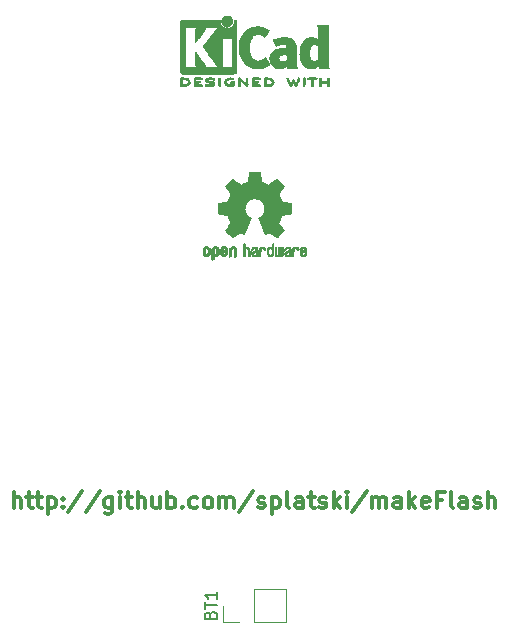
<source format=gto>
G04 #@! TF.FileFunction,Legend,Top*
%FSLAX46Y46*%
G04 Gerber Fmt 4.6, Leading zero omitted, Abs format (unit mm)*
G04 Created by KiCad (PCBNEW 4.0.5-e0-6337~49~ubuntu16.04.1) date Sat May 13 14:24:54 2017*
%MOMM*%
%LPD*%
G01*
G04 APERTURE LIST*
%ADD10C,0.100000*%
%ADD11C,0.300000*%
%ADD12C,0.120000*%
%ADD13C,0.010000*%
%ADD14C,0.150000*%
G04 APERTURE END LIST*
D10*
D11*
X3763331Y13336667D02*
X3763331Y14736667D01*
X4363331Y13336667D02*
X4363331Y14070000D01*
X4296665Y14203333D01*
X4163331Y14270000D01*
X3963331Y14270000D01*
X3829998Y14203333D01*
X3763331Y14136667D01*
X4829998Y14270000D02*
X5363332Y14270000D01*
X5029998Y14736667D02*
X5029998Y13536667D01*
X5096665Y13403333D01*
X5229998Y13336667D01*
X5363332Y13336667D01*
X5629998Y14270000D02*
X6163332Y14270000D01*
X5829998Y14736667D02*
X5829998Y13536667D01*
X5896665Y13403333D01*
X6029998Y13336667D01*
X6163332Y13336667D01*
X6629998Y14270000D02*
X6629998Y12870000D01*
X6629998Y14203333D02*
X6763332Y14270000D01*
X7029998Y14270000D01*
X7163332Y14203333D01*
X7229998Y14136667D01*
X7296665Y14003333D01*
X7296665Y13603333D01*
X7229998Y13470000D01*
X7163332Y13403333D01*
X7029998Y13336667D01*
X6763332Y13336667D01*
X6629998Y13403333D01*
X7896665Y13470000D02*
X7963332Y13403333D01*
X7896665Y13336667D01*
X7829999Y13403333D01*
X7896665Y13470000D01*
X7896665Y13336667D01*
X7896665Y14203333D02*
X7963332Y14136667D01*
X7896665Y14070000D01*
X7829999Y14136667D01*
X7896665Y14203333D01*
X7896665Y14070000D01*
X9563332Y14803333D02*
X8363332Y13003333D01*
X11029999Y14803333D02*
X9829999Y13003333D01*
X12096666Y14270000D02*
X12096666Y13136667D01*
X12030000Y13003333D01*
X11963333Y12936667D01*
X11830000Y12870000D01*
X11630000Y12870000D01*
X11496666Y12936667D01*
X12096666Y13403333D02*
X11963333Y13336667D01*
X11696666Y13336667D01*
X11563333Y13403333D01*
X11496666Y13470000D01*
X11430000Y13603333D01*
X11430000Y14003333D01*
X11496666Y14136667D01*
X11563333Y14203333D01*
X11696666Y14270000D01*
X11963333Y14270000D01*
X12096666Y14203333D01*
X12763333Y13336667D02*
X12763333Y14270000D01*
X12763333Y14736667D02*
X12696667Y14670000D01*
X12763333Y14603333D01*
X12830000Y14670000D01*
X12763333Y14736667D01*
X12763333Y14603333D01*
X13230000Y14270000D02*
X13763334Y14270000D01*
X13430000Y14736667D02*
X13430000Y13536667D01*
X13496667Y13403333D01*
X13630000Y13336667D01*
X13763334Y13336667D01*
X14230000Y13336667D02*
X14230000Y14736667D01*
X14830000Y13336667D02*
X14830000Y14070000D01*
X14763334Y14203333D01*
X14630000Y14270000D01*
X14430000Y14270000D01*
X14296667Y14203333D01*
X14230000Y14136667D01*
X16096667Y14270000D02*
X16096667Y13336667D01*
X15496667Y14270000D02*
X15496667Y13536667D01*
X15563334Y13403333D01*
X15696667Y13336667D01*
X15896667Y13336667D01*
X16030001Y13403333D01*
X16096667Y13470000D01*
X16763334Y13336667D02*
X16763334Y14736667D01*
X16763334Y14203333D02*
X16896668Y14270000D01*
X17163334Y14270000D01*
X17296668Y14203333D01*
X17363334Y14136667D01*
X17430001Y14003333D01*
X17430001Y13603333D01*
X17363334Y13470000D01*
X17296668Y13403333D01*
X17163334Y13336667D01*
X16896668Y13336667D01*
X16763334Y13403333D01*
X18030001Y13470000D02*
X18096668Y13403333D01*
X18030001Y13336667D01*
X17963335Y13403333D01*
X18030001Y13470000D01*
X18030001Y13336667D01*
X19296668Y13403333D02*
X19163335Y13336667D01*
X18896668Y13336667D01*
X18763335Y13403333D01*
X18696668Y13470000D01*
X18630002Y13603333D01*
X18630002Y14003333D01*
X18696668Y14136667D01*
X18763335Y14203333D01*
X18896668Y14270000D01*
X19163335Y14270000D01*
X19296668Y14203333D01*
X20096668Y13336667D02*
X19963335Y13403333D01*
X19896668Y13470000D01*
X19830002Y13603333D01*
X19830002Y14003333D01*
X19896668Y14136667D01*
X19963335Y14203333D01*
X20096668Y14270000D01*
X20296668Y14270000D01*
X20430002Y14203333D01*
X20496668Y14136667D01*
X20563335Y14003333D01*
X20563335Y13603333D01*
X20496668Y13470000D01*
X20430002Y13403333D01*
X20296668Y13336667D01*
X20096668Y13336667D01*
X21163335Y13336667D02*
X21163335Y14270000D01*
X21163335Y14136667D02*
X21230002Y14203333D01*
X21363335Y14270000D01*
X21563335Y14270000D01*
X21696669Y14203333D01*
X21763335Y14070000D01*
X21763335Y13336667D01*
X21763335Y14070000D02*
X21830002Y14203333D01*
X21963335Y14270000D01*
X22163335Y14270000D01*
X22296669Y14203333D01*
X22363335Y14070000D01*
X22363335Y13336667D01*
X24030002Y14803333D02*
X22830002Y13003333D01*
X24430003Y13403333D02*
X24563336Y13336667D01*
X24830003Y13336667D01*
X24963336Y13403333D01*
X25030003Y13536667D01*
X25030003Y13603333D01*
X24963336Y13736667D01*
X24830003Y13803333D01*
X24630003Y13803333D01*
X24496669Y13870000D01*
X24430003Y14003333D01*
X24430003Y14070000D01*
X24496669Y14203333D01*
X24630003Y14270000D01*
X24830003Y14270000D01*
X24963336Y14203333D01*
X25630002Y14270000D02*
X25630002Y12870000D01*
X25630002Y14203333D02*
X25763336Y14270000D01*
X26030002Y14270000D01*
X26163336Y14203333D01*
X26230002Y14136667D01*
X26296669Y14003333D01*
X26296669Y13603333D01*
X26230002Y13470000D01*
X26163336Y13403333D01*
X26030002Y13336667D01*
X25763336Y13336667D01*
X25630002Y13403333D01*
X27096669Y13336667D02*
X26963336Y13403333D01*
X26896669Y13536667D01*
X26896669Y14736667D01*
X28230002Y13336667D02*
X28230002Y14070000D01*
X28163336Y14203333D01*
X28030002Y14270000D01*
X27763336Y14270000D01*
X27630002Y14203333D01*
X28230002Y13403333D02*
X28096669Y13336667D01*
X27763336Y13336667D01*
X27630002Y13403333D01*
X27563336Y13536667D01*
X27563336Y13670000D01*
X27630002Y13803333D01*
X27763336Y13870000D01*
X28096669Y13870000D01*
X28230002Y13936667D01*
X28696669Y14270000D02*
X29230003Y14270000D01*
X28896669Y14736667D02*
X28896669Y13536667D01*
X28963336Y13403333D01*
X29096669Y13336667D01*
X29230003Y13336667D01*
X29630003Y13403333D02*
X29763336Y13336667D01*
X30030003Y13336667D01*
X30163336Y13403333D01*
X30230003Y13536667D01*
X30230003Y13603333D01*
X30163336Y13736667D01*
X30030003Y13803333D01*
X29830003Y13803333D01*
X29696669Y13870000D01*
X29630003Y14003333D01*
X29630003Y14070000D01*
X29696669Y14203333D01*
X29830003Y14270000D01*
X30030003Y14270000D01*
X30163336Y14203333D01*
X30830002Y13336667D02*
X30830002Y14736667D01*
X30963336Y13870000D02*
X31363336Y13336667D01*
X31363336Y14270000D02*
X30830002Y13736667D01*
X31963335Y13336667D02*
X31963335Y14270000D01*
X31963335Y14736667D02*
X31896669Y14670000D01*
X31963335Y14603333D01*
X32030002Y14670000D01*
X31963335Y14736667D01*
X31963335Y14603333D01*
X33630002Y14803333D02*
X32430002Y13003333D01*
X34096669Y13336667D02*
X34096669Y14270000D01*
X34096669Y14136667D02*
X34163336Y14203333D01*
X34296669Y14270000D01*
X34496669Y14270000D01*
X34630003Y14203333D01*
X34696669Y14070000D01*
X34696669Y13336667D01*
X34696669Y14070000D02*
X34763336Y14203333D01*
X34896669Y14270000D01*
X35096669Y14270000D01*
X35230003Y14203333D01*
X35296669Y14070000D01*
X35296669Y13336667D01*
X36563336Y13336667D02*
X36563336Y14070000D01*
X36496670Y14203333D01*
X36363336Y14270000D01*
X36096670Y14270000D01*
X35963336Y14203333D01*
X36563336Y13403333D02*
X36430003Y13336667D01*
X36096670Y13336667D01*
X35963336Y13403333D01*
X35896670Y13536667D01*
X35896670Y13670000D01*
X35963336Y13803333D01*
X36096670Y13870000D01*
X36430003Y13870000D01*
X36563336Y13936667D01*
X37230003Y13336667D02*
X37230003Y14736667D01*
X37363337Y13870000D02*
X37763337Y13336667D01*
X37763337Y14270000D02*
X37230003Y13736667D01*
X38896670Y13403333D02*
X38763336Y13336667D01*
X38496670Y13336667D01*
X38363336Y13403333D01*
X38296670Y13536667D01*
X38296670Y14070000D01*
X38363336Y14203333D01*
X38496670Y14270000D01*
X38763336Y14270000D01*
X38896670Y14203333D01*
X38963336Y14070000D01*
X38963336Y13936667D01*
X38296670Y13803333D01*
X40030003Y14070000D02*
X39563336Y14070000D01*
X39563336Y13336667D02*
X39563336Y14736667D01*
X40230003Y14736667D01*
X40963336Y13336667D02*
X40830003Y13403333D01*
X40763336Y13536667D01*
X40763336Y14736667D01*
X42096669Y13336667D02*
X42096669Y14070000D01*
X42030003Y14203333D01*
X41896669Y14270000D01*
X41630003Y14270000D01*
X41496669Y14203333D01*
X42096669Y13403333D02*
X41963336Y13336667D01*
X41630003Y13336667D01*
X41496669Y13403333D01*
X41430003Y13536667D01*
X41430003Y13670000D01*
X41496669Y13803333D01*
X41630003Y13870000D01*
X41963336Y13870000D01*
X42096669Y13936667D01*
X42696670Y13403333D02*
X42830003Y13336667D01*
X43096670Y13336667D01*
X43230003Y13403333D01*
X43296670Y13536667D01*
X43296670Y13603333D01*
X43230003Y13736667D01*
X43096670Y13803333D01*
X42896670Y13803333D01*
X42763336Y13870000D01*
X42696670Y14003333D01*
X42696670Y14070000D01*
X42763336Y14203333D01*
X42896670Y14270000D01*
X43096670Y14270000D01*
X43230003Y14203333D01*
X43896669Y13336667D02*
X43896669Y14736667D01*
X44496669Y13336667D02*
X44496669Y14070000D01*
X44430003Y14203333D01*
X44296669Y14270000D01*
X44096669Y14270000D01*
X43963336Y14203333D01*
X43896669Y14136667D01*
D12*
X24130000Y3690000D02*
X26790000Y3690000D01*
X26790000Y3690000D02*
X26790000Y6470000D01*
X26790000Y6470000D02*
X24130000Y6470000D01*
X24130000Y6470000D02*
X24130000Y3690000D01*
X22860000Y3690000D02*
X21470000Y3690000D01*
X21470000Y3690000D02*
X21470000Y5080000D01*
D13*
G36*
X18008629Y49800934D02*
X18048111Y49800533D01*
X18163800Y49797741D01*
X18260689Y49789450D01*
X18342081Y49774768D01*
X18411277Y49752807D01*
X18471580Y49722678D01*
X18526292Y49683490D01*
X18545833Y49666468D01*
X18578250Y49626637D01*
X18607480Y49572587D01*
X18630009Y49512677D01*
X18642321Y49455261D01*
X18643600Y49434044D01*
X18635583Y49375231D01*
X18614101Y49310987D01*
X18583001Y49250179D01*
X18546134Y49201670D01*
X18540146Y49195818D01*
X18489421Y49154679D01*
X18433875Y49122565D01*
X18370304Y49098635D01*
X18295506Y49082047D01*
X18206278Y49071959D01*
X18099418Y49067531D01*
X18050472Y49067155D01*
X17988238Y49067455D01*
X17944472Y49068708D01*
X17915069Y49071446D01*
X17895921Y49076199D01*
X17882923Y49083499D01*
X17875955Y49089733D01*
X17869374Y49097306D01*
X17864212Y49107076D01*
X17860297Y49121660D01*
X17857457Y49143674D01*
X17855520Y49175736D01*
X17854316Y49220464D01*
X17853672Y49280474D01*
X17853417Y49358383D01*
X17853378Y49434044D01*
X17853130Y49534959D01*
X17853183Y49615573D01*
X17854143Y49654178D01*
X18000133Y49654178D01*
X18000133Y49213911D01*
X18093266Y49213996D01*
X18149307Y49215604D01*
X18208001Y49219744D01*
X18256972Y49225536D01*
X18258462Y49225774D01*
X18337608Y49244910D01*
X18398998Y49274713D01*
X18445695Y49317122D01*
X18475365Y49363039D01*
X18493647Y49413974D01*
X18492229Y49461800D01*
X18471012Y49513067D01*
X18429511Y49566101D01*
X18372002Y49605400D01*
X18297250Y49631669D01*
X18247292Y49640965D01*
X18190584Y49647493D01*
X18130481Y49652218D01*
X18079361Y49654183D01*
X18076333Y49654192D01*
X18000133Y49654178D01*
X17854143Y49654178D01*
X17854740Y49678149D01*
X17859002Y49724945D01*
X17867170Y49758222D01*
X17880444Y49780241D01*
X17900026Y49793261D01*
X17927117Y49799543D01*
X17962918Y49801347D01*
X18008629Y49800934D01*
X18008629Y49800934D01*
G37*
X18008629Y49800934D02*
X18048111Y49800533D01*
X18163800Y49797741D01*
X18260689Y49789450D01*
X18342081Y49774768D01*
X18411277Y49752807D01*
X18471580Y49722678D01*
X18526292Y49683490D01*
X18545833Y49666468D01*
X18578250Y49626637D01*
X18607480Y49572587D01*
X18630009Y49512677D01*
X18642321Y49455261D01*
X18643600Y49434044D01*
X18635583Y49375231D01*
X18614101Y49310987D01*
X18583001Y49250179D01*
X18546134Y49201670D01*
X18540146Y49195818D01*
X18489421Y49154679D01*
X18433875Y49122565D01*
X18370304Y49098635D01*
X18295506Y49082047D01*
X18206278Y49071959D01*
X18099418Y49067531D01*
X18050472Y49067155D01*
X17988238Y49067455D01*
X17944472Y49068708D01*
X17915069Y49071446D01*
X17895921Y49076199D01*
X17882923Y49083499D01*
X17875955Y49089733D01*
X17869374Y49097306D01*
X17864212Y49107076D01*
X17860297Y49121660D01*
X17857457Y49143674D01*
X17855520Y49175736D01*
X17854316Y49220464D01*
X17853672Y49280474D01*
X17853417Y49358383D01*
X17853378Y49434044D01*
X17853130Y49534959D01*
X17853183Y49615573D01*
X17854143Y49654178D01*
X18000133Y49654178D01*
X18000133Y49213911D01*
X18093266Y49213996D01*
X18149307Y49215604D01*
X18208001Y49219744D01*
X18256972Y49225536D01*
X18258462Y49225774D01*
X18337608Y49244910D01*
X18398998Y49274713D01*
X18445695Y49317122D01*
X18475365Y49363039D01*
X18493647Y49413974D01*
X18492229Y49461800D01*
X18471012Y49513067D01*
X18429511Y49566101D01*
X18372002Y49605400D01*
X18297250Y49631669D01*
X18247292Y49640965D01*
X18190584Y49647493D01*
X18130481Y49652218D01*
X18079361Y49654183D01*
X18076333Y49654192D01*
X18000133Y49654178D01*
X17854143Y49654178D01*
X17854740Y49678149D01*
X17859002Y49724945D01*
X17867170Y49758222D01*
X17880444Y49780241D01*
X17900026Y49793261D01*
X17927117Y49799543D01*
X17962918Y49801347D01*
X18008629Y49800934D01*
G36*
X19417206Y49800854D02*
X19486614Y49800482D01*
X19539003Y49799615D01*
X19577153Y49798054D01*
X19603841Y49795597D01*
X19621847Y49792043D01*
X19633951Y49787190D01*
X19642931Y49780839D01*
X19646182Y49777916D01*
X19665957Y49746858D01*
X19669518Y49711172D01*
X19656509Y49679490D01*
X19650494Y49673087D01*
X19640765Y49666879D01*
X19625099Y49662090D01*
X19600592Y49658486D01*
X19564339Y49655836D01*
X19513435Y49653905D01*
X19444974Y49652461D01*
X19382383Y49651582D01*
X19134666Y49648533D01*
X19131281Y49583622D01*
X19127895Y49518711D01*
X19296042Y49518711D01*
X19369041Y49518081D01*
X19422483Y49515447D01*
X19459372Y49509691D01*
X19482712Y49499696D01*
X19495506Y49484344D01*
X19500758Y49462518D01*
X19501555Y49442262D01*
X19499077Y49417408D01*
X19489723Y49399094D01*
X19470617Y49386363D01*
X19438882Y49378259D01*
X19391641Y49373824D01*
X19326017Y49372101D01*
X19290199Y49371955D01*
X19129022Y49371955D01*
X19129022Y49213911D01*
X19377378Y49213911D01*
X19458787Y49213798D01*
X19520658Y49213288D01*
X19566032Y49212130D01*
X19597946Y49210070D01*
X19619441Y49206854D01*
X19633557Y49202228D01*
X19643332Y49195941D01*
X19648311Y49191333D01*
X19665390Y49164440D01*
X19670889Y49140533D01*
X19663037Y49111333D01*
X19648311Y49089733D01*
X19640454Y49082934D01*
X19630312Y49077654D01*
X19615156Y49073702D01*
X19592259Y49070887D01*
X19558891Y49069018D01*
X19512325Y49067902D01*
X19449833Y49067349D01*
X19368686Y49067167D01*
X19326578Y49067155D01*
X19236402Y49067235D01*
X19166076Y49067602D01*
X19112871Y49068448D01*
X19074060Y49069964D01*
X19046913Y49072341D01*
X19028702Y49075771D01*
X19016700Y49080446D01*
X19008178Y49086556D01*
X19004844Y49089733D01*
X18998245Y49097330D01*
X18993073Y49107130D01*
X18989154Y49121761D01*
X18986316Y49143848D01*
X18984385Y49176018D01*
X18983188Y49220897D01*
X18982552Y49281111D01*
X18982303Y49359287D01*
X18982266Y49432077D01*
X18982300Y49525293D01*
X18982535Y49598569D01*
X18983170Y49654542D01*
X18984406Y49695849D01*
X18986444Y49725128D01*
X18989483Y49745016D01*
X18993723Y49758150D01*
X18999365Y49767168D01*
X19006609Y49774707D01*
X19008394Y49776388D01*
X19017055Y49783828D01*
X19027118Y49789591D01*
X19041375Y49793888D01*
X19062617Y49796936D01*
X19093636Y49798949D01*
X19137223Y49800140D01*
X19196169Y49800725D01*
X19273266Y49800917D01*
X19327999Y49800933D01*
X19417206Y49800854D01*
X19417206Y49800854D01*
G37*
X19417206Y49800854D02*
X19486614Y49800482D01*
X19539003Y49799615D01*
X19577153Y49798054D01*
X19603841Y49795597D01*
X19621847Y49792043D01*
X19633951Y49787190D01*
X19642931Y49780839D01*
X19646182Y49777916D01*
X19665957Y49746858D01*
X19669518Y49711172D01*
X19656509Y49679490D01*
X19650494Y49673087D01*
X19640765Y49666879D01*
X19625099Y49662090D01*
X19600592Y49658486D01*
X19564339Y49655836D01*
X19513435Y49653905D01*
X19444974Y49652461D01*
X19382383Y49651582D01*
X19134666Y49648533D01*
X19131281Y49583622D01*
X19127895Y49518711D01*
X19296042Y49518711D01*
X19369041Y49518081D01*
X19422483Y49515447D01*
X19459372Y49509691D01*
X19482712Y49499696D01*
X19495506Y49484344D01*
X19500758Y49462518D01*
X19501555Y49442262D01*
X19499077Y49417408D01*
X19489723Y49399094D01*
X19470617Y49386363D01*
X19438882Y49378259D01*
X19391641Y49373824D01*
X19326017Y49372101D01*
X19290199Y49371955D01*
X19129022Y49371955D01*
X19129022Y49213911D01*
X19377378Y49213911D01*
X19458787Y49213798D01*
X19520658Y49213288D01*
X19566032Y49212130D01*
X19597946Y49210070D01*
X19619441Y49206854D01*
X19633557Y49202228D01*
X19643332Y49195941D01*
X19648311Y49191333D01*
X19665390Y49164440D01*
X19670889Y49140533D01*
X19663037Y49111333D01*
X19648311Y49089733D01*
X19640454Y49082934D01*
X19630312Y49077654D01*
X19615156Y49073702D01*
X19592259Y49070887D01*
X19558891Y49069018D01*
X19512325Y49067902D01*
X19449833Y49067349D01*
X19368686Y49067167D01*
X19326578Y49067155D01*
X19236402Y49067235D01*
X19166076Y49067602D01*
X19112871Y49068448D01*
X19074060Y49069964D01*
X19046913Y49072341D01*
X19028702Y49075771D01*
X19016700Y49080446D01*
X19008178Y49086556D01*
X19004844Y49089733D01*
X18998245Y49097330D01*
X18993073Y49107130D01*
X18989154Y49121761D01*
X18986316Y49143848D01*
X18984385Y49176018D01*
X18983188Y49220897D01*
X18982552Y49281111D01*
X18982303Y49359287D01*
X18982266Y49432077D01*
X18982300Y49525293D01*
X18982535Y49598569D01*
X18983170Y49654542D01*
X18984406Y49695849D01*
X18986444Y49725128D01*
X18989483Y49745016D01*
X18993723Y49758150D01*
X18999365Y49767168D01*
X19006609Y49774707D01*
X19008394Y49776388D01*
X19017055Y49783828D01*
X19027118Y49789591D01*
X19041375Y49793888D01*
X19062617Y49796936D01*
X19093636Y49798949D01*
X19137223Y49800140D01*
X19196169Y49800725D01*
X19273266Y49800917D01*
X19327999Y49800933D01*
X19417206Y49800854D01*
G36*
X20438297Y49799649D02*
X20513112Y49794419D01*
X20582694Y49786250D01*
X20642998Y49775450D01*
X20689980Y49762327D01*
X20719594Y49747187D01*
X20724140Y49742731D01*
X20739946Y49708150D01*
X20735153Y49672649D01*
X20710636Y49642275D01*
X20709466Y49641404D01*
X20695046Y49632046D01*
X20679992Y49627124D01*
X20658995Y49626527D01*
X20626743Y49630139D01*
X20577927Y49637846D01*
X20574000Y49638495D01*
X20501261Y49647431D01*
X20422783Y49651839D01*
X20344073Y49651881D01*
X20270639Y49647721D01*
X20207989Y49639521D01*
X20161630Y49627443D01*
X20158584Y49626229D01*
X20124952Y49607385D01*
X20113136Y49588315D01*
X20122386Y49569561D01*
X20151953Y49551663D01*
X20201089Y49535163D01*
X20269043Y49520604D01*
X20314355Y49513594D01*
X20408544Y49500111D01*
X20483456Y49487786D01*
X20542283Y49475551D01*
X20588215Y49462339D01*
X20624445Y49447083D01*
X20654162Y49428715D01*
X20680558Y49406169D01*
X20701770Y49384029D01*
X20726935Y49353181D01*
X20739319Y49326655D01*
X20743192Y49293974D01*
X20743333Y49282005D01*
X20740424Y49242288D01*
X20728798Y49212741D01*
X20708677Y49186514D01*
X20667784Y49146424D01*
X20622183Y49115851D01*
X20568487Y49093797D01*
X20503308Y49079265D01*
X20423256Y49071259D01*
X20324943Y49068782D01*
X20308711Y49068823D01*
X20243151Y49070182D01*
X20178134Y49073270D01*
X20120748Y49077644D01*
X20078078Y49082860D01*
X20074628Y49083459D01*
X20032204Y49093509D01*
X19996220Y49106204D01*
X19975850Y49117810D01*
X19956893Y49148428D01*
X19955573Y49184082D01*
X19971915Y49215856D01*
X19975571Y49219449D01*
X19990685Y49230124D01*
X20009585Y49234724D01*
X20038838Y49233941D01*
X20074349Y49229873D01*
X20114030Y49226238D01*
X20169655Y49223172D01*
X20234594Y49220947D01*
X20302215Y49219836D01*
X20320000Y49219763D01*
X20387872Y49220036D01*
X20437546Y49221354D01*
X20473390Y49224173D01*
X20499776Y49228950D01*
X20521074Y49236143D01*
X20533874Y49242133D01*
X20562000Y49258767D01*
X20579932Y49273832D01*
X20582553Y49278103D01*
X20577024Y49295737D01*
X20550740Y49312808D01*
X20505522Y49328542D01*
X20443192Y49342162D01*
X20424829Y49345196D01*
X20328910Y49360262D01*
X20252359Y49372854D01*
X20192220Y49383889D01*
X20145540Y49394280D01*
X20109363Y49404944D01*
X20080735Y49416795D01*
X20056702Y49430749D01*
X20034308Y49447719D01*
X20010598Y49468622D01*
X20002620Y49475951D01*
X19974647Y49503301D01*
X19959840Y49524971D01*
X19954048Y49549768D01*
X19953111Y49581017D01*
X19963425Y49642295D01*
X19994248Y49694360D01*
X20045405Y49737042D01*
X20116717Y49770175D01*
X20167600Y49785036D01*
X20222900Y49794634D01*
X20289147Y49800064D01*
X20362294Y49801633D01*
X20438297Y49799649D01*
X20438297Y49799649D01*
G37*
X20438297Y49799649D02*
X20513112Y49794419D01*
X20582694Y49786250D01*
X20642998Y49775450D01*
X20689980Y49762327D01*
X20719594Y49747187D01*
X20724140Y49742731D01*
X20739946Y49708150D01*
X20735153Y49672649D01*
X20710636Y49642275D01*
X20709466Y49641404D01*
X20695046Y49632046D01*
X20679992Y49627124D01*
X20658995Y49626527D01*
X20626743Y49630139D01*
X20577927Y49637846D01*
X20574000Y49638495D01*
X20501261Y49647431D01*
X20422783Y49651839D01*
X20344073Y49651881D01*
X20270639Y49647721D01*
X20207989Y49639521D01*
X20161630Y49627443D01*
X20158584Y49626229D01*
X20124952Y49607385D01*
X20113136Y49588315D01*
X20122386Y49569561D01*
X20151953Y49551663D01*
X20201089Y49535163D01*
X20269043Y49520604D01*
X20314355Y49513594D01*
X20408544Y49500111D01*
X20483456Y49487786D01*
X20542283Y49475551D01*
X20588215Y49462339D01*
X20624445Y49447083D01*
X20654162Y49428715D01*
X20680558Y49406169D01*
X20701770Y49384029D01*
X20726935Y49353181D01*
X20739319Y49326655D01*
X20743192Y49293974D01*
X20743333Y49282005D01*
X20740424Y49242288D01*
X20728798Y49212741D01*
X20708677Y49186514D01*
X20667784Y49146424D01*
X20622183Y49115851D01*
X20568487Y49093797D01*
X20503308Y49079265D01*
X20423256Y49071259D01*
X20324943Y49068782D01*
X20308711Y49068823D01*
X20243151Y49070182D01*
X20178134Y49073270D01*
X20120748Y49077644D01*
X20078078Y49082860D01*
X20074628Y49083459D01*
X20032204Y49093509D01*
X19996220Y49106204D01*
X19975850Y49117810D01*
X19956893Y49148428D01*
X19955573Y49184082D01*
X19971915Y49215856D01*
X19975571Y49219449D01*
X19990685Y49230124D01*
X20009585Y49234724D01*
X20038838Y49233941D01*
X20074349Y49229873D01*
X20114030Y49226238D01*
X20169655Y49223172D01*
X20234594Y49220947D01*
X20302215Y49219836D01*
X20320000Y49219763D01*
X20387872Y49220036D01*
X20437546Y49221354D01*
X20473390Y49224173D01*
X20499776Y49228950D01*
X20521074Y49236143D01*
X20533874Y49242133D01*
X20562000Y49258767D01*
X20579932Y49273832D01*
X20582553Y49278103D01*
X20577024Y49295737D01*
X20550740Y49312808D01*
X20505522Y49328542D01*
X20443192Y49342162D01*
X20424829Y49345196D01*
X20328910Y49360262D01*
X20252359Y49372854D01*
X20192220Y49383889D01*
X20145540Y49394280D01*
X20109363Y49404944D01*
X20080735Y49416795D01*
X20056702Y49430749D01*
X20034308Y49447719D01*
X20010598Y49468622D01*
X20002620Y49475951D01*
X19974647Y49503301D01*
X19959840Y49524971D01*
X19954048Y49549768D01*
X19953111Y49581017D01*
X19963425Y49642295D01*
X19994248Y49694360D01*
X20045405Y49737042D01*
X20116717Y49770175D01*
X20167600Y49785036D01*
X20222900Y49794634D01*
X20289147Y49800064D01*
X20362294Y49801633D01*
X20438297Y49799649D01*
G36*
X21206178Y49778355D02*
X21212758Y49770782D01*
X21217921Y49761013D01*
X21221836Y49746429D01*
X21224676Y49724415D01*
X21226613Y49692352D01*
X21227817Y49647625D01*
X21228461Y49587615D01*
X21228716Y49509706D01*
X21228755Y49434044D01*
X21228686Y49340198D01*
X21228362Y49266311D01*
X21227614Y49209768D01*
X21226268Y49167951D01*
X21224154Y49138243D01*
X21221100Y49118027D01*
X21216934Y49104686D01*
X21211484Y49095602D01*
X21206178Y49089733D01*
X21173174Y49070053D01*
X21138009Y49071819D01*
X21106545Y49093283D01*
X21099316Y49101663D01*
X21093666Y49111386D01*
X21089401Y49125139D01*
X21086327Y49145611D01*
X21084248Y49175488D01*
X21082970Y49217459D01*
X21082299Y49274211D01*
X21082041Y49348433D01*
X21082000Y49432463D01*
X21082000Y49745515D01*
X21109709Y49773224D01*
X21143863Y49796537D01*
X21176994Y49797377D01*
X21206178Y49778355D01*
X21206178Y49778355D01*
G37*
X21206178Y49778355D02*
X21212758Y49770782D01*
X21217921Y49761013D01*
X21221836Y49746429D01*
X21224676Y49724415D01*
X21226613Y49692352D01*
X21227817Y49647625D01*
X21228461Y49587615D01*
X21228716Y49509706D01*
X21228755Y49434044D01*
X21228686Y49340198D01*
X21228362Y49266311D01*
X21227614Y49209768D01*
X21226268Y49167951D01*
X21224154Y49138243D01*
X21221100Y49118027D01*
X21216934Y49104686D01*
X21211484Y49095602D01*
X21206178Y49089733D01*
X21173174Y49070053D01*
X21138009Y49071819D01*
X21106545Y49093283D01*
X21099316Y49101663D01*
X21093666Y49111386D01*
X21089401Y49125139D01*
X21086327Y49145611D01*
X21084248Y49175488D01*
X21082970Y49217459D01*
X21082299Y49274211D01*
X21082041Y49348433D01*
X21082000Y49432463D01*
X21082000Y49745515D01*
X21109709Y49773224D01*
X21143863Y49796537D01*
X21176994Y49797377D01*
X21206178Y49778355D01*
G36*
X22179919Y49795401D02*
X22248435Y49783905D01*
X22301057Y49766033D01*
X22335292Y49742501D01*
X22344621Y49729076D01*
X22354107Y49697852D01*
X22347723Y49669605D01*
X22327570Y49642818D01*
X22296255Y49630287D01*
X22250817Y49631304D01*
X22215674Y49638094D01*
X22137581Y49651029D01*
X22057774Y49652258D01*
X21968445Y49641759D01*
X21943771Y49637310D01*
X21860709Y49613892D01*
X21795727Y49579055D01*
X21749539Y49533396D01*
X21722855Y49477506D01*
X21717337Y49448612D01*
X21720949Y49389988D01*
X21744271Y49338121D01*
X21785176Y49294022D01*
X21841541Y49258701D01*
X21911240Y49233171D01*
X21992148Y49218441D01*
X22082140Y49215522D01*
X22179090Y49225425D01*
X22184564Y49226359D01*
X22223125Y49233541D01*
X22244506Y49240479D01*
X22253773Y49250773D01*
X22255994Y49268024D01*
X22256044Y49277159D01*
X22256044Y49315511D01*
X22187569Y49315511D01*
X22127100Y49319653D01*
X22085835Y49332853D01*
X22061825Y49356270D01*
X22053123Y49391064D01*
X22053017Y49395606D01*
X22058108Y49425346D01*
X22075567Y49446581D01*
X22108061Y49460634D01*
X22158257Y49468827D01*
X22206877Y49471839D01*
X22277544Y49473567D01*
X22328802Y49470930D01*
X22363761Y49461200D01*
X22385530Y49441647D01*
X22397220Y49409544D01*
X22401940Y49362162D01*
X22402800Y49299929D01*
X22401391Y49230465D01*
X22397152Y49183214D01*
X22390064Y49157988D01*
X22388689Y49156012D01*
X22349772Y49124492D01*
X22292714Y49099530D01*
X22221131Y49081660D01*
X22138642Y49071414D01*
X22048861Y49069327D01*
X21955408Y49075932D01*
X21900444Y49084044D01*
X21814234Y49108446D01*
X21734108Y49148338D01*
X21667023Y49200113D01*
X21656827Y49210461D01*
X21623698Y49253965D01*
X21593806Y49307882D01*
X21570643Y49364408D01*
X21557702Y49415741D01*
X21556142Y49435456D01*
X21562782Y49476581D01*
X21580432Y49527748D01*
X21605703Y49581606D01*
X21635211Y49630805D01*
X21661281Y49663666D01*
X21722235Y49712548D01*
X21801031Y49751455D01*
X21894843Y49779506D01*
X22000850Y49795821D01*
X22098000Y49799808D01*
X22179919Y49795401D01*
X22179919Y49795401D01*
G37*
X22179919Y49795401D02*
X22248435Y49783905D01*
X22301057Y49766033D01*
X22335292Y49742501D01*
X22344621Y49729076D01*
X22354107Y49697852D01*
X22347723Y49669605D01*
X22327570Y49642818D01*
X22296255Y49630287D01*
X22250817Y49631304D01*
X22215674Y49638094D01*
X22137581Y49651029D01*
X22057774Y49652258D01*
X21968445Y49641759D01*
X21943771Y49637310D01*
X21860709Y49613892D01*
X21795727Y49579055D01*
X21749539Y49533396D01*
X21722855Y49477506D01*
X21717337Y49448612D01*
X21720949Y49389988D01*
X21744271Y49338121D01*
X21785176Y49294022D01*
X21841541Y49258701D01*
X21911240Y49233171D01*
X21992148Y49218441D01*
X22082140Y49215522D01*
X22179090Y49225425D01*
X22184564Y49226359D01*
X22223125Y49233541D01*
X22244506Y49240479D01*
X22253773Y49250773D01*
X22255994Y49268024D01*
X22256044Y49277159D01*
X22256044Y49315511D01*
X22187569Y49315511D01*
X22127100Y49319653D01*
X22085835Y49332853D01*
X22061825Y49356270D01*
X22053123Y49391064D01*
X22053017Y49395606D01*
X22058108Y49425346D01*
X22075567Y49446581D01*
X22108061Y49460634D01*
X22158257Y49468827D01*
X22206877Y49471839D01*
X22277544Y49473567D01*
X22328802Y49470930D01*
X22363761Y49461200D01*
X22385530Y49441647D01*
X22397220Y49409544D01*
X22401940Y49362162D01*
X22402800Y49299929D01*
X22401391Y49230465D01*
X22397152Y49183214D01*
X22390064Y49157988D01*
X22388689Y49156012D01*
X22349772Y49124492D01*
X22292714Y49099530D01*
X22221131Y49081660D01*
X22138642Y49071414D01*
X22048861Y49069327D01*
X21955408Y49075932D01*
X21900444Y49084044D01*
X21814234Y49108446D01*
X21734108Y49148338D01*
X21667023Y49200113D01*
X21656827Y49210461D01*
X21623698Y49253965D01*
X21593806Y49307882D01*
X21570643Y49364408D01*
X21557702Y49415741D01*
X21556142Y49435456D01*
X21562782Y49476581D01*
X21580432Y49527748D01*
X21605703Y49581606D01*
X21635211Y49630805D01*
X21661281Y49663666D01*
X21722235Y49712548D01*
X21801031Y49751455D01*
X21894843Y49779506D01*
X22000850Y49795821D01*
X22098000Y49799808D01*
X22179919Y49795401D01*
G36*
X22829886Y49796552D02*
X22853452Y49782727D01*
X22884265Y49760119D01*
X22923922Y49727662D01*
X22974020Y49684292D01*
X23036157Y49628942D01*
X23111928Y49560549D01*
X23198666Y49481916D01*
X23379289Y49318122D01*
X23384933Y49537971D01*
X23386971Y49613649D01*
X23388937Y49670006D01*
X23391266Y49710294D01*
X23394394Y49737765D01*
X23398755Y49755671D01*
X23404784Y49767263D01*
X23412916Y49775792D01*
X23417228Y49779377D01*
X23451759Y49798330D01*
X23484617Y49795559D01*
X23510682Y49779367D01*
X23537333Y49757801D01*
X23540648Y49442849D01*
X23541565Y49350221D01*
X23542032Y49277456D01*
X23541887Y49221839D01*
X23540968Y49180658D01*
X23539113Y49151197D01*
X23536161Y49130745D01*
X23531950Y49116587D01*
X23526318Y49106009D01*
X23520073Y49097526D01*
X23506561Y49081793D01*
X23493117Y49071364D01*
X23477876Y49067361D01*
X23458974Y49070906D01*
X23434545Y49083121D01*
X23402727Y49105129D01*
X23361652Y49138051D01*
X23309458Y49183009D01*
X23244278Y49241125D01*
X23170444Y49307901D01*
X22905155Y49548542D01*
X22899511Y49329411D01*
X22897469Y49253872D01*
X22895498Y49197646D01*
X22893161Y49157476D01*
X22890019Y49130104D01*
X22885636Y49112272D01*
X22879576Y49100721D01*
X22871400Y49092193D01*
X22867216Y49088718D01*
X22830235Y49069628D01*
X22795292Y49072507D01*
X22764864Y49096900D01*
X22757903Y49106714D01*
X22752477Y49118174D01*
X22748397Y49134032D01*
X22745471Y49157037D01*
X22743508Y49189938D01*
X22742317Y49235484D01*
X22741708Y49296427D01*
X22741489Y49375514D01*
X22741466Y49434044D01*
X22741540Y49525593D01*
X22741887Y49597313D01*
X22742699Y49651955D01*
X22744167Y49692268D01*
X22746481Y49721002D01*
X22749833Y49740907D01*
X22754412Y49754732D01*
X22760411Y49765228D01*
X22764864Y49771189D01*
X22776150Y49785309D01*
X22786699Y49795971D01*
X22798107Y49802108D01*
X22811970Y49802657D01*
X22829886Y49796552D01*
X22829886Y49796552D01*
G37*
X22829886Y49796552D02*
X22853452Y49782727D01*
X22884265Y49760119D01*
X22923922Y49727662D01*
X22974020Y49684292D01*
X23036157Y49628942D01*
X23111928Y49560549D01*
X23198666Y49481916D01*
X23379289Y49318122D01*
X23384933Y49537971D01*
X23386971Y49613649D01*
X23388937Y49670006D01*
X23391266Y49710294D01*
X23394394Y49737765D01*
X23398755Y49755671D01*
X23404784Y49767263D01*
X23412916Y49775792D01*
X23417228Y49779377D01*
X23451759Y49798330D01*
X23484617Y49795559D01*
X23510682Y49779367D01*
X23537333Y49757801D01*
X23540648Y49442849D01*
X23541565Y49350221D01*
X23542032Y49277456D01*
X23541887Y49221839D01*
X23540968Y49180658D01*
X23539113Y49151197D01*
X23536161Y49130745D01*
X23531950Y49116587D01*
X23526318Y49106009D01*
X23520073Y49097526D01*
X23506561Y49081793D01*
X23493117Y49071364D01*
X23477876Y49067361D01*
X23458974Y49070906D01*
X23434545Y49083121D01*
X23402727Y49105129D01*
X23361652Y49138051D01*
X23309458Y49183009D01*
X23244278Y49241125D01*
X23170444Y49307901D01*
X22905155Y49548542D01*
X22899511Y49329411D01*
X22897469Y49253872D01*
X22895498Y49197646D01*
X22893161Y49157476D01*
X22890019Y49130104D01*
X22885636Y49112272D01*
X22879576Y49100721D01*
X22871400Y49092193D01*
X22867216Y49088718D01*
X22830235Y49069628D01*
X22795292Y49072507D01*
X22764864Y49096900D01*
X22757903Y49106714D01*
X22752477Y49118174D01*
X22748397Y49134032D01*
X22745471Y49157037D01*
X22743508Y49189938D01*
X22742317Y49235484D01*
X22741708Y49296427D01*
X22741489Y49375514D01*
X22741466Y49434044D01*
X22741540Y49525593D01*
X22741887Y49597313D01*
X22742699Y49651955D01*
X22744167Y49692268D01*
X22746481Y49721002D01*
X22749833Y49740907D01*
X22754412Y49754732D01*
X22760411Y49765228D01*
X22764864Y49771189D01*
X22776150Y49785309D01*
X22786699Y49795971D01*
X22798107Y49802108D01*
X22811970Y49802657D01*
X22829886Y49796552D01*
G36*
X24360343Y49800740D02*
X24436701Y49799826D01*
X24495217Y49797689D01*
X24538255Y49793825D01*
X24568183Y49787733D01*
X24587368Y49778910D01*
X24598176Y49766854D01*
X24602973Y49751061D01*
X24604127Y49731030D01*
X24604133Y49728665D01*
X24603131Y49706008D01*
X24598396Y49688497D01*
X24587333Y49675426D01*
X24567348Y49666087D01*
X24535846Y49659773D01*
X24490232Y49655778D01*
X24427913Y49653394D01*
X24346293Y49651914D01*
X24321277Y49651586D01*
X24079200Y49648533D01*
X24075814Y49583622D01*
X24072429Y49518711D01*
X24240576Y49518711D01*
X24306266Y49518469D01*
X24353172Y49517444D01*
X24385083Y49515189D01*
X24405791Y49511258D01*
X24419084Y49505202D01*
X24428755Y49496576D01*
X24428817Y49496507D01*
X24446356Y49462888D01*
X24445722Y49426552D01*
X24427314Y49395577D01*
X24423671Y49392393D01*
X24410741Y49384188D01*
X24393024Y49378479D01*
X24366570Y49374838D01*
X24327432Y49372833D01*
X24271662Y49372036D01*
X24235994Y49371955D01*
X24073555Y49371955D01*
X24073555Y49213911D01*
X24320161Y49213911D01*
X24401580Y49213769D01*
X24463410Y49213186D01*
X24508637Y49211932D01*
X24540248Y49209773D01*
X24561231Y49206477D01*
X24574573Y49201811D01*
X24583261Y49195543D01*
X24585450Y49193267D01*
X24601614Y49161720D01*
X24602797Y49125832D01*
X24589536Y49094715D01*
X24579043Y49084729D01*
X24568129Y49079231D01*
X24551217Y49074978D01*
X24525633Y49071820D01*
X24488701Y49069608D01*
X24437746Y49068194D01*
X24370094Y49067428D01*
X24283069Y49067162D01*
X24263394Y49067155D01*
X24174911Y49067213D01*
X24106227Y49067533D01*
X24054564Y49068333D01*
X24017145Y49069833D01*
X23991190Y49072251D01*
X23973922Y49075806D01*
X23962562Y49080718D01*
X23954332Y49087205D01*
X23949817Y49091862D01*
X23943021Y49100111D01*
X23937712Y49110331D01*
X23933706Y49125200D01*
X23930821Y49147398D01*
X23928874Y49179607D01*
X23927681Y49224504D01*
X23927061Y49284772D01*
X23926829Y49363089D01*
X23926800Y49429006D01*
X23926871Y49521372D01*
X23927208Y49593883D01*
X23927998Y49649263D01*
X23929426Y49690235D01*
X23931679Y49719522D01*
X23934943Y49739847D01*
X23939404Y49753934D01*
X23945248Y49764505D01*
X23950197Y49771189D01*
X23973594Y49800933D01*
X24263774Y49800933D01*
X24360343Y49800740D01*
X24360343Y49800740D01*
G37*
X24360343Y49800740D02*
X24436701Y49799826D01*
X24495217Y49797689D01*
X24538255Y49793825D01*
X24568183Y49787733D01*
X24587368Y49778910D01*
X24598176Y49766854D01*
X24602973Y49751061D01*
X24604127Y49731030D01*
X24604133Y49728665D01*
X24603131Y49706008D01*
X24598396Y49688497D01*
X24587333Y49675426D01*
X24567348Y49666087D01*
X24535846Y49659773D01*
X24490232Y49655778D01*
X24427913Y49653394D01*
X24346293Y49651914D01*
X24321277Y49651586D01*
X24079200Y49648533D01*
X24075814Y49583622D01*
X24072429Y49518711D01*
X24240576Y49518711D01*
X24306266Y49518469D01*
X24353172Y49517444D01*
X24385083Y49515189D01*
X24405791Y49511258D01*
X24419084Y49505202D01*
X24428755Y49496576D01*
X24428817Y49496507D01*
X24446356Y49462888D01*
X24445722Y49426552D01*
X24427314Y49395577D01*
X24423671Y49392393D01*
X24410741Y49384188D01*
X24393024Y49378479D01*
X24366570Y49374838D01*
X24327432Y49372833D01*
X24271662Y49372036D01*
X24235994Y49371955D01*
X24073555Y49371955D01*
X24073555Y49213911D01*
X24320161Y49213911D01*
X24401580Y49213769D01*
X24463410Y49213186D01*
X24508637Y49211932D01*
X24540248Y49209773D01*
X24561231Y49206477D01*
X24574573Y49201811D01*
X24583261Y49195543D01*
X24585450Y49193267D01*
X24601614Y49161720D01*
X24602797Y49125832D01*
X24589536Y49094715D01*
X24579043Y49084729D01*
X24568129Y49079231D01*
X24551217Y49074978D01*
X24525633Y49071820D01*
X24488701Y49069608D01*
X24437746Y49068194D01*
X24370094Y49067428D01*
X24283069Y49067162D01*
X24263394Y49067155D01*
X24174911Y49067213D01*
X24106227Y49067533D01*
X24054564Y49068333D01*
X24017145Y49069833D01*
X23991190Y49072251D01*
X23973922Y49075806D01*
X23962562Y49080718D01*
X23954332Y49087205D01*
X23949817Y49091862D01*
X23943021Y49100111D01*
X23937712Y49110331D01*
X23933706Y49125200D01*
X23930821Y49147398D01*
X23928874Y49179607D01*
X23927681Y49224504D01*
X23927061Y49284772D01*
X23926829Y49363089D01*
X23926800Y49429006D01*
X23926871Y49521372D01*
X23927208Y49593883D01*
X23927998Y49649263D01*
X23929426Y49690235D01*
X23931679Y49719522D01*
X23934943Y49739847D01*
X23939404Y49753934D01*
X23945248Y49764505D01*
X23950197Y49771189D01*
X23973594Y49800933D01*
X24263774Y49800933D01*
X24360343Y49800740D01*
G36*
X25148309Y49800725D02*
X25277288Y49796364D01*
X25386991Y49783139D01*
X25479226Y49760259D01*
X25555802Y49726930D01*
X25618527Y49682362D01*
X25669212Y49625764D01*
X25709663Y49556342D01*
X25710459Y49554649D01*
X25734601Y49492517D01*
X25743203Y49437491D01*
X25736231Y49382113D01*
X25713654Y49318927D01*
X25709372Y49309311D01*
X25680172Y49253034D01*
X25647356Y49209549D01*
X25605002Y49172583D01*
X25547190Y49135865D01*
X25543831Y49133948D01*
X25493504Y49109773D01*
X25436621Y49091718D01*
X25369527Y49079161D01*
X25288565Y49071478D01*
X25190082Y49068047D01*
X25155286Y49067749D01*
X24989594Y49067155D01*
X24966197Y49096900D01*
X24959257Y49106681D01*
X24953842Y49118103D01*
X24949765Y49133905D01*
X24946837Y49156825D01*
X24944867Y49189604D01*
X24944225Y49213911D01*
X25100844Y49213911D01*
X25194726Y49213911D01*
X25249664Y49215517D01*
X25306060Y49219745D01*
X25352345Y49225708D01*
X25355139Y49226210D01*
X25437348Y49248264D01*
X25501114Y49281400D01*
X25548452Y49327153D01*
X25581382Y49387061D01*
X25587108Y49402939D01*
X25592721Y49427667D01*
X25590291Y49452098D01*
X25578467Y49484600D01*
X25571340Y49500566D01*
X25548000Y49542994D01*
X25519880Y49572760D01*
X25488940Y49593489D01*
X25426966Y49620463D01*
X25347651Y49640002D01*
X25255253Y49651254D01*
X25188333Y49653730D01*
X25100844Y49654178D01*
X25100844Y49213911D01*
X24944225Y49213911D01*
X24943668Y49234979D01*
X24943050Y49295689D01*
X24942825Y49374474D01*
X24942800Y49436080D01*
X24942800Y49745515D01*
X24970509Y49773224D01*
X24982806Y49784456D01*
X24996103Y49792147D01*
X25014672Y49796960D01*
X25042786Y49799554D01*
X25084717Y49800590D01*
X25144737Y49800730D01*
X25148309Y49800725D01*
X25148309Y49800725D01*
G37*
X25148309Y49800725D02*
X25277288Y49796364D01*
X25386991Y49783139D01*
X25479226Y49760259D01*
X25555802Y49726930D01*
X25618527Y49682362D01*
X25669212Y49625764D01*
X25709663Y49556342D01*
X25710459Y49554649D01*
X25734601Y49492517D01*
X25743203Y49437491D01*
X25736231Y49382113D01*
X25713654Y49318927D01*
X25709372Y49309311D01*
X25680172Y49253034D01*
X25647356Y49209549D01*
X25605002Y49172583D01*
X25547190Y49135865D01*
X25543831Y49133948D01*
X25493504Y49109773D01*
X25436621Y49091718D01*
X25369527Y49079161D01*
X25288565Y49071478D01*
X25190082Y49068047D01*
X25155286Y49067749D01*
X24989594Y49067155D01*
X24966197Y49096900D01*
X24959257Y49106681D01*
X24953842Y49118103D01*
X24949765Y49133905D01*
X24946837Y49156825D01*
X24944867Y49189604D01*
X24944225Y49213911D01*
X25100844Y49213911D01*
X25194726Y49213911D01*
X25249664Y49215517D01*
X25306060Y49219745D01*
X25352345Y49225708D01*
X25355139Y49226210D01*
X25437348Y49248264D01*
X25501114Y49281400D01*
X25548452Y49327153D01*
X25581382Y49387061D01*
X25587108Y49402939D01*
X25592721Y49427667D01*
X25590291Y49452098D01*
X25578467Y49484600D01*
X25571340Y49500566D01*
X25548000Y49542994D01*
X25519880Y49572760D01*
X25488940Y49593489D01*
X25426966Y49620463D01*
X25347651Y49640002D01*
X25255253Y49651254D01*
X25188333Y49653730D01*
X25100844Y49654178D01*
X25100844Y49213911D01*
X24944225Y49213911D01*
X24943668Y49234979D01*
X24943050Y49295689D01*
X24942825Y49374474D01*
X24942800Y49436080D01*
X24942800Y49745515D01*
X24970509Y49773224D01*
X24982806Y49784456D01*
X24996103Y49792147D01*
X25014672Y49796960D01*
X25042786Y49799554D01*
X25084717Y49800590D01*
X25144737Y49800730D01*
X25148309Y49800725D01*
G36*
X27874665Y49798966D02*
X27894255Y49791965D01*
X27895010Y49791623D01*
X27921613Y49771322D01*
X27936270Y49750439D01*
X27939138Y49740648D01*
X27938996Y49727639D01*
X27934961Y49709105D01*
X27926146Y49682743D01*
X27911669Y49646248D01*
X27890645Y49597313D01*
X27862188Y49533635D01*
X27825415Y49452907D01*
X27805175Y49408784D01*
X27768625Y49330015D01*
X27734315Y49257577D01*
X27703552Y49194120D01*
X27677648Y49142292D01*
X27657910Y49104741D01*
X27645650Y49084116D01*
X27643224Y49081267D01*
X27612183Y49068698D01*
X27577121Y49070381D01*
X27549000Y49085668D01*
X27547854Y49086911D01*
X27536668Y49103846D01*
X27517904Y49136830D01*
X27493875Y49181620D01*
X27466897Y49233968D01*
X27457201Y49253258D01*
X27384014Y49399850D01*
X27304240Y49240607D01*
X27275767Y49185585D01*
X27249350Y49137868D01*
X27227148Y49101107D01*
X27211319Y49078956D01*
X27205954Y49074259D01*
X27164257Y49067898D01*
X27129849Y49081267D01*
X27119728Y49095554D01*
X27102214Y49127308D01*
X27078735Y49173403D01*
X27050720Y49230715D01*
X27019599Y49296120D01*
X26986799Y49366493D01*
X26953750Y49438709D01*
X26921881Y49509645D01*
X26892619Y49576175D01*
X26867395Y49635174D01*
X26847636Y49683519D01*
X26834772Y49718085D01*
X26830231Y49735747D01*
X26830277Y49736387D01*
X26841326Y49758612D01*
X26863410Y49781247D01*
X26864710Y49782232D01*
X26891853Y49797575D01*
X26916958Y49797426D01*
X26926368Y49794534D01*
X26937834Y49788282D01*
X26950010Y49775986D01*
X26964357Y49755092D01*
X26982336Y49723051D01*
X27005407Y49677312D01*
X27035030Y49615323D01*
X27061745Y49558102D01*
X27092480Y49491774D01*
X27120021Y49432126D01*
X27142938Y49382275D01*
X27159798Y49345336D01*
X27169173Y49324427D01*
X27170540Y49321155D01*
X27176689Y49326503D01*
X27190822Y49348891D01*
X27211057Y49385054D01*
X27235515Y49431723D01*
X27245248Y49450978D01*
X27278217Y49515996D01*
X27303643Y49563346D01*
X27323612Y49595781D01*
X27340210Y49616054D01*
X27355524Y49626918D01*
X27371640Y49631125D01*
X27382143Y49631600D01*
X27400670Y49629958D01*
X27416904Y49623169D01*
X27433035Y49608434D01*
X27451251Y49582956D01*
X27473739Y49543939D01*
X27502689Y49488586D01*
X27518662Y49457097D01*
X27544570Y49406913D01*
X27567167Y49365296D01*
X27584458Y49335758D01*
X27594450Y49321811D01*
X27595809Y49321230D01*
X27602261Y49332207D01*
X27616708Y49360710D01*
X27637703Y49403756D01*
X27663797Y49458362D01*
X27693546Y49521546D01*
X27708180Y49552929D01*
X27746250Y49633922D01*
X27776905Y49696244D01*
X27801737Y49741929D01*
X27822337Y49773011D01*
X27840298Y49791522D01*
X27857210Y49799496D01*
X27874665Y49798966D01*
X27874665Y49798966D01*
G37*
X27874665Y49798966D02*
X27894255Y49791965D01*
X27895010Y49791623D01*
X27921613Y49771322D01*
X27936270Y49750439D01*
X27939138Y49740648D01*
X27938996Y49727639D01*
X27934961Y49709105D01*
X27926146Y49682743D01*
X27911669Y49646248D01*
X27890645Y49597313D01*
X27862188Y49533635D01*
X27825415Y49452907D01*
X27805175Y49408784D01*
X27768625Y49330015D01*
X27734315Y49257577D01*
X27703552Y49194120D01*
X27677648Y49142292D01*
X27657910Y49104741D01*
X27645650Y49084116D01*
X27643224Y49081267D01*
X27612183Y49068698D01*
X27577121Y49070381D01*
X27549000Y49085668D01*
X27547854Y49086911D01*
X27536668Y49103846D01*
X27517904Y49136830D01*
X27493875Y49181620D01*
X27466897Y49233968D01*
X27457201Y49253258D01*
X27384014Y49399850D01*
X27304240Y49240607D01*
X27275767Y49185585D01*
X27249350Y49137868D01*
X27227148Y49101107D01*
X27211319Y49078956D01*
X27205954Y49074259D01*
X27164257Y49067898D01*
X27129849Y49081267D01*
X27119728Y49095554D01*
X27102214Y49127308D01*
X27078735Y49173403D01*
X27050720Y49230715D01*
X27019599Y49296120D01*
X26986799Y49366493D01*
X26953750Y49438709D01*
X26921881Y49509645D01*
X26892619Y49576175D01*
X26867395Y49635174D01*
X26847636Y49683519D01*
X26834772Y49718085D01*
X26830231Y49735747D01*
X26830277Y49736387D01*
X26841326Y49758612D01*
X26863410Y49781247D01*
X26864710Y49782232D01*
X26891853Y49797575D01*
X26916958Y49797426D01*
X26926368Y49794534D01*
X26937834Y49788282D01*
X26950010Y49775986D01*
X26964357Y49755092D01*
X26982336Y49723051D01*
X27005407Y49677312D01*
X27035030Y49615323D01*
X27061745Y49558102D01*
X27092480Y49491774D01*
X27120021Y49432126D01*
X27142938Y49382275D01*
X27159798Y49345336D01*
X27169173Y49324427D01*
X27170540Y49321155D01*
X27176689Y49326503D01*
X27190822Y49348891D01*
X27211057Y49385054D01*
X27235515Y49431723D01*
X27245248Y49450978D01*
X27278217Y49515996D01*
X27303643Y49563346D01*
X27323612Y49595781D01*
X27340210Y49616054D01*
X27355524Y49626918D01*
X27371640Y49631125D01*
X27382143Y49631600D01*
X27400670Y49629958D01*
X27416904Y49623169D01*
X27433035Y49608434D01*
X27451251Y49582956D01*
X27473739Y49543939D01*
X27502689Y49488586D01*
X27518662Y49457097D01*
X27544570Y49406913D01*
X27567167Y49365296D01*
X27584458Y49335758D01*
X27594450Y49321811D01*
X27595809Y49321230D01*
X27602261Y49332207D01*
X27616708Y49360710D01*
X27637703Y49403756D01*
X27663797Y49458362D01*
X27693546Y49521546D01*
X27708180Y49552929D01*
X27746250Y49633922D01*
X27776905Y49696244D01*
X27801737Y49741929D01*
X27822337Y49773011D01*
X27840298Y49791522D01*
X27857210Y49799496D01*
X27874665Y49798966D01*
G36*
X28318614Y49794123D02*
X28342327Y49779353D01*
X28368978Y49757773D01*
X28368978Y49436227D01*
X28368893Y49342170D01*
X28368529Y49268068D01*
X28367724Y49211296D01*
X28366313Y49169232D01*
X28364133Y49139252D01*
X28361021Y49118733D01*
X28356814Y49105051D01*
X28351348Y49095584D01*
X28347472Y49090918D01*
X28316034Y49070425D01*
X28280233Y49071261D01*
X28248873Y49088736D01*
X28222222Y49110316D01*
X28222222Y49757773D01*
X28248873Y49779353D01*
X28274594Y49795051D01*
X28295600Y49800933D01*
X28318614Y49794123D01*
X28318614Y49794123D01*
G37*
X28318614Y49794123D02*
X28342327Y49779353D01*
X28368978Y49757773D01*
X28368978Y49436227D01*
X28368893Y49342170D01*
X28368529Y49268068D01*
X28367724Y49211296D01*
X28366313Y49169232D01*
X28364133Y49139252D01*
X28361021Y49118733D01*
X28356814Y49105051D01*
X28351348Y49095584D01*
X28347472Y49090918D01*
X28316034Y49070425D01*
X28280233Y49071261D01*
X28248873Y49088736D01*
X28222222Y49110316D01*
X28222222Y49757773D01*
X28248873Y49779353D01*
X28274594Y49795051D01*
X28295600Y49800933D01*
X28318614Y49794123D01*
G36*
X29093065Y49800837D02*
X29171772Y49800458D01*
X29232863Y49799667D01*
X29278817Y49798330D01*
X29312114Y49796317D01*
X29335236Y49793494D01*
X29350662Y49789731D01*
X29360871Y49784895D01*
X29365813Y49781178D01*
X29391457Y49748642D01*
X29394559Y49714862D01*
X29378711Y49684174D01*
X29368348Y49671911D01*
X29357196Y49663550D01*
X29341035Y49658343D01*
X29315642Y49655543D01*
X29276798Y49654404D01*
X29220280Y49654179D01*
X29209180Y49654178D01*
X29063244Y49654178D01*
X29063244Y49383244D01*
X29063148Y49297846D01*
X29062711Y49232136D01*
X29061712Y49183226D01*
X29059928Y49148227D01*
X29057137Y49124251D01*
X29053117Y49108407D01*
X29047645Y49097809D01*
X29040666Y49089733D01*
X29007734Y49069888D01*
X28973354Y49071452D01*
X28942176Y49094094D01*
X28939886Y49096900D01*
X28932429Y49107508D01*
X28926747Y49119919D01*
X28922601Y49137150D01*
X28919750Y49162216D01*
X28917954Y49198133D01*
X28916972Y49247917D01*
X28916564Y49314583D01*
X28916489Y49390411D01*
X28916489Y49654178D01*
X28777127Y49654178D01*
X28717322Y49654582D01*
X28675918Y49656160D01*
X28648748Y49659453D01*
X28631646Y49665008D01*
X28620443Y49673369D01*
X28619083Y49674822D01*
X28602725Y49708061D01*
X28604172Y49745638D01*
X28622978Y49778355D01*
X28630250Y49784702D01*
X28639627Y49789734D01*
X28653609Y49793604D01*
X28674696Y49796463D01*
X28705389Y49798465D01*
X28748189Y49799761D01*
X28805595Y49800502D01*
X28880110Y49800842D01*
X28974233Y49800932D01*
X28994260Y49800933D01*
X29093065Y49800837D01*
X29093065Y49800837D01*
G37*
X29093065Y49800837D02*
X29171772Y49800458D01*
X29232863Y49799667D01*
X29278817Y49798330D01*
X29312114Y49796317D01*
X29335236Y49793494D01*
X29350662Y49789731D01*
X29360871Y49784895D01*
X29365813Y49781178D01*
X29391457Y49748642D01*
X29394559Y49714862D01*
X29378711Y49684174D01*
X29368348Y49671911D01*
X29357196Y49663550D01*
X29341035Y49658343D01*
X29315642Y49655543D01*
X29276798Y49654404D01*
X29220280Y49654179D01*
X29209180Y49654178D01*
X29063244Y49654178D01*
X29063244Y49383244D01*
X29063148Y49297846D01*
X29062711Y49232136D01*
X29061712Y49183226D01*
X29059928Y49148227D01*
X29057137Y49124251D01*
X29053117Y49108407D01*
X29047645Y49097809D01*
X29040666Y49089733D01*
X29007734Y49069888D01*
X28973354Y49071452D01*
X28942176Y49094094D01*
X28939886Y49096900D01*
X28932429Y49107508D01*
X28926747Y49119919D01*
X28922601Y49137150D01*
X28919750Y49162216D01*
X28917954Y49198133D01*
X28916972Y49247917D01*
X28916564Y49314583D01*
X28916489Y49390411D01*
X28916489Y49654178D01*
X28777127Y49654178D01*
X28717322Y49654582D01*
X28675918Y49656160D01*
X28648748Y49659453D01*
X28631646Y49665008D01*
X28620443Y49673369D01*
X28619083Y49674822D01*
X28602725Y49708061D01*
X28604172Y49745638D01*
X28622978Y49778355D01*
X28630250Y49784702D01*
X28639627Y49789734D01*
X28653609Y49793604D01*
X28674696Y49796463D01*
X28705389Y49798465D01*
X28748189Y49799761D01*
X28805595Y49800502D01*
X28880110Y49800842D01*
X28974233Y49800932D01*
X28994260Y49800933D01*
X29093065Y49800837D01*
G36*
X30358823Y49795467D02*
X30390202Y49773224D01*
X30417911Y49745515D01*
X30417911Y49436080D01*
X30417838Y49344201D01*
X30417495Y49272160D01*
X30416692Y49217220D01*
X30415241Y49176640D01*
X30412952Y49147683D01*
X30409636Y49127609D01*
X30405105Y49113679D01*
X30399169Y49103155D01*
X30394514Y49096900D01*
X30363783Y49072327D01*
X30328496Y49069659D01*
X30296245Y49084729D01*
X30285588Y49093626D01*
X30278464Y49105443D01*
X30274167Y49124474D01*
X30271991Y49155008D01*
X30271228Y49201338D01*
X30271155Y49237129D01*
X30271155Y49371955D01*
X29774444Y49371955D01*
X29774444Y49249300D01*
X29773931Y49193213D01*
X29771876Y49154667D01*
X29767508Y49128639D01*
X29760056Y49110103D01*
X29751047Y49096900D01*
X29720144Y49072396D01*
X29685196Y49069494D01*
X29651738Y49086911D01*
X29642604Y49096041D01*
X29636152Y49108145D01*
X29631897Y49126999D01*
X29629352Y49156380D01*
X29628029Y49200063D01*
X29627443Y49261825D01*
X29627375Y49276000D01*
X29626891Y49392369D01*
X29626641Y49488273D01*
X29626723Y49565823D01*
X29627231Y49627131D01*
X29628262Y49674310D01*
X29629913Y49709470D01*
X29632279Y49734724D01*
X29635457Y49752183D01*
X29639544Y49763959D01*
X29644634Y49772165D01*
X29650266Y49778355D01*
X29682128Y49798156D01*
X29715357Y49795467D01*
X29746735Y49773224D01*
X29759433Y49758874D01*
X29767526Y49743022D01*
X29772042Y49720446D01*
X29774006Y49685922D01*
X29774444Y49634224D01*
X29774444Y49518711D01*
X30271155Y49518711D01*
X30271155Y49637244D01*
X30271662Y49691852D01*
X30273698Y49728725D01*
X30278035Y49752693D01*
X30285447Y49768585D01*
X30293733Y49778355D01*
X30325594Y49798156D01*
X30358823Y49795467D01*
X30358823Y49795467D01*
G37*
X30358823Y49795467D02*
X30390202Y49773224D01*
X30417911Y49745515D01*
X30417911Y49436080D01*
X30417838Y49344201D01*
X30417495Y49272160D01*
X30416692Y49217220D01*
X30415241Y49176640D01*
X30412952Y49147683D01*
X30409636Y49127609D01*
X30405105Y49113679D01*
X30399169Y49103155D01*
X30394514Y49096900D01*
X30363783Y49072327D01*
X30328496Y49069659D01*
X30296245Y49084729D01*
X30285588Y49093626D01*
X30278464Y49105443D01*
X30274167Y49124474D01*
X30271991Y49155008D01*
X30271228Y49201338D01*
X30271155Y49237129D01*
X30271155Y49371955D01*
X29774444Y49371955D01*
X29774444Y49249300D01*
X29773931Y49193213D01*
X29771876Y49154667D01*
X29767508Y49128639D01*
X29760056Y49110103D01*
X29751047Y49096900D01*
X29720144Y49072396D01*
X29685196Y49069494D01*
X29651738Y49086911D01*
X29642604Y49096041D01*
X29636152Y49108145D01*
X29631897Y49126999D01*
X29629352Y49156380D01*
X29628029Y49200063D01*
X29627443Y49261825D01*
X29627375Y49276000D01*
X29626891Y49392369D01*
X29626641Y49488273D01*
X29626723Y49565823D01*
X29627231Y49627131D01*
X29628262Y49674310D01*
X29629913Y49709470D01*
X29632279Y49734724D01*
X29635457Y49752183D01*
X29639544Y49763959D01*
X29644634Y49772165D01*
X29650266Y49778355D01*
X29682128Y49798156D01*
X29715357Y49795467D01*
X29746735Y49773224D01*
X29759433Y49758874D01*
X29767526Y49743022D01*
X29772042Y49720446D01*
X29774006Y49685922D01*
X29774444Y49634224D01*
X29774444Y49518711D01*
X30271155Y49518711D01*
X30271155Y49637244D01*
X30271662Y49691852D01*
X30273698Y49728725D01*
X30278035Y49752693D01*
X30285447Y49768585D01*
X30293733Y49778355D01*
X30325594Y49798156D01*
X30358823Y49795467D01*
G36*
X21183600Y54580946D02*
X21194465Y54467007D01*
X21226082Y54359384D01*
X21276985Y54260385D01*
X21345707Y54172316D01*
X21430781Y54097484D01*
X21527768Y54039616D01*
X21634036Y53999995D01*
X21741050Y53981427D01*
X21846700Y53982566D01*
X21948875Y54002070D01*
X22045466Y54038594D01*
X22134362Y54090795D01*
X22213454Y54157327D01*
X22280631Y54236848D01*
X22333783Y54328013D01*
X22370801Y54429477D01*
X22389573Y54539898D01*
X22391511Y54589794D01*
X22391511Y54677733D01*
X22443440Y54677733D01*
X22479747Y54674889D01*
X22506645Y54663089D01*
X22533751Y54639351D01*
X22572133Y54600969D01*
X22572133Y52409398D01*
X22572124Y52147261D01*
X22572092Y51906759D01*
X22572028Y51686952D01*
X22571924Y51486899D01*
X22571773Y51305656D01*
X22571566Y51142284D01*
X22571294Y50995840D01*
X22570950Y50865383D01*
X22570526Y50749971D01*
X22570013Y50648662D01*
X22569403Y50560516D01*
X22568688Y50484590D01*
X22567860Y50419943D01*
X22566911Y50365633D01*
X22565833Y50320720D01*
X22564617Y50284260D01*
X22563255Y50255313D01*
X22561739Y50232937D01*
X22560062Y50216191D01*
X22558214Y50204132D01*
X22556187Y50195820D01*
X22553975Y50190313D01*
X22552892Y50188463D01*
X22548729Y50181451D01*
X22545195Y50175004D01*
X22541365Y50169100D01*
X22536318Y50163714D01*
X22529129Y50158822D01*
X22518877Y50154402D01*
X22504636Y50150428D01*
X22485486Y50146879D01*
X22460501Y50143730D01*
X22428760Y50140958D01*
X22389338Y50138539D01*
X22341314Y50136449D01*
X22283763Y50134665D01*
X22215763Y50133163D01*
X22136390Y50131920D01*
X22044721Y50130911D01*
X21939834Y50130115D01*
X21820804Y50129506D01*
X21686710Y50129061D01*
X21536627Y50128757D01*
X21369633Y50128570D01*
X21184804Y50128476D01*
X20981217Y50128452D01*
X20757950Y50128475D01*
X20514078Y50128520D01*
X20248679Y50128563D01*
X20210296Y50128568D01*
X19943318Y50128611D01*
X19697998Y50128682D01*
X19473417Y50128787D01*
X19268655Y50128934D01*
X19082794Y50129131D01*
X18914912Y50129384D01*
X18764092Y50129700D01*
X18629413Y50130087D01*
X18509956Y50130553D01*
X18404801Y50131103D01*
X18313029Y50131747D01*
X18233721Y50132489D01*
X18165957Y50133339D01*
X18108818Y50134303D01*
X18061383Y50135389D01*
X18022734Y50136603D01*
X17991951Y50137953D01*
X17968115Y50139445D01*
X17950306Y50141089D01*
X17937605Y50142889D01*
X17929092Y50144855D01*
X17924734Y50146523D01*
X17916272Y50150094D01*
X17908503Y50152730D01*
X17901398Y50155366D01*
X17894927Y50158938D01*
X17889061Y50164379D01*
X17883771Y50172625D01*
X17879026Y50184610D01*
X17874798Y50201269D01*
X17871057Y50223537D01*
X17867773Y50252348D01*
X17864917Y50288637D01*
X17862460Y50333339D01*
X17860371Y50387389D01*
X17858622Y50451721D01*
X17857183Y50527270D01*
X17856024Y50614970D01*
X17855117Y50715757D01*
X17854431Y50830566D01*
X17853937Y50960330D01*
X17853605Y51105985D01*
X17853407Y51268465D01*
X17853313Y51448705D01*
X17853292Y51647640D01*
X17853315Y51866204D01*
X17853354Y52105332D01*
X17853378Y52365960D01*
X17853378Y52408111D01*
X17853364Y52671008D01*
X17853339Y52912268D01*
X17853329Y53132835D01*
X17853358Y53333648D01*
X17853452Y53515651D01*
X17853638Y53679784D01*
X17853941Y53826989D01*
X17854386Y53958208D01*
X17854966Y54068133D01*
X18157803Y54068133D01*
X18197593Y54010289D01*
X18208764Y53994521D01*
X18218834Y53980559D01*
X18227862Y53967216D01*
X18235903Y53953307D01*
X18243014Y53937644D01*
X18249253Y53919042D01*
X18254675Y53896314D01*
X18259338Y53868273D01*
X18263299Y53833733D01*
X18266615Y53791508D01*
X18269341Y53740411D01*
X18271536Y53679256D01*
X18273255Y53606856D01*
X18274556Y53522025D01*
X18275495Y53423578D01*
X18276130Y53310326D01*
X18276516Y53181084D01*
X18276712Y53034666D01*
X18276773Y52869884D01*
X18276757Y52685553D01*
X18276720Y52480487D01*
X18276711Y52357867D01*
X18276735Y52140918D01*
X18276769Y51945358D01*
X18276757Y51770001D01*
X18276642Y51613659D01*
X18276370Y51475143D01*
X18275882Y51353266D01*
X18275124Y51246840D01*
X18274038Y51154678D01*
X18272569Y51075591D01*
X18270660Y51008392D01*
X18268256Y50951893D01*
X18265299Y50904907D01*
X18261734Y50866245D01*
X18257505Y50834720D01*
X18252554Y50809145D01*
X18246827Y50788330D01*
X18240267Y50771089D01*
X18232817Y50756235D01*
X18224421Y50742578D01*
X18215024Y50728931D01*
X18204568Y50714107D01*
X18198477Y50705217D01*
X18159704Y50647600D01*
X18691268Y50647600D01*
X18814517Y50647635D01*
X18917013Y50647785D01*
X19000580Y50648122D01*
X19067044Y50648714D01*
X19118229Y50649633D01*
X19155959Y50650949D01*
X19182060Y50652731D01*
X19198356Y50655049D01*
X19206672Y50657974D01*
X19208832Y50661576D01*
X19206661Y50665925D01*
X19205465Y50667355D01*
X19180315Y50704427D01*
X19154417Y50757228D01*
X19130808Y50819230D01*
X19122539Y50845643D01*
X19117922Y50863584D01*
X19114021Y50884645D01*
X19110752Y50910911D01*
X19108034Y50944468D01*
X19105785Y50987401D01*
X19103923Y51041796D01*
X19102364Y51109738D01*
X19101028Y51193312D01*
X19099831Y51294605D01*
X19098692Y51415700D01*
X19098315Y51460400D01*
X19097298Y51585551D01*
X19096540Y51689918D01*
X19096097Y51775293D01*
X19096030Y51843467D01*
X19096395Y51896235D01*
X19097252Y51935386D01*
X19098659Y51962715D01*
X19100675Y51980014D01*
X19103357Y51989074D01*
X19106764Y51991688D01*
X19110956Y51989649D01*
X19115429Y51985333D01*
X19125784Y51972398D01*
X19147842Y51943324D01*
X19180043Y51900241D01*
X19220826Y51845282D01*
X19268630Y51780577D01*
X19321895Y51708258D01*
X19379060Y51630456D01*
X19438563Y51549302D01*
X19498845Y51466928D01*
X19558345Y51385464D01*
X19615502Y51307043D01*
X19668755Y51233796D01*
X19716543Y51167853D01*
X19757307Y51111346D01*
X19789484Y51066407D01*
X19811515Y51035166D01*
X19816083Y51028534D01*
X19839004Y50991631D01*
X19865812Y50943641D01*
X19891211Y50894103D01*
X19894432Y50887423D01*
X19916110Y50839228D01*
X19928696Y50801666D01*
X19934426Y50765840D01*
X19935544Y50723800D01*
X19934910Y50647600D01*
X21089349Y50647600D01*
X20998185Y50741331D01*
X20951388Y50791225D01*
X20901101Y50847705D01*
X20855056Y50901974D01*
X20834631Y50927327D01*
X20804193Y50966872D01*
X20764138Y51020084D01*
X20715639Y51085333D01*
X20659865Y51160989D01*
X20597989Y51245423D01*
X20531181Y51337006D01*
X20460613Y51434108D01*
X20387455Y51535099D01*
X20312879Y51638350D01*
X20238056Y51742232D01*
X20164157Y51845115D01*
X20092354Y51945369D01*
X20023816Y52041364D01*
X19959716Y52131473D01*
X19901225Y52214064D01*
X19849514Y52287508D01*
X19805753Y52350176D01*
X19771115Y52400439D01*
X19746770Y52436666D01*
X19733889Y52457229D01*
X19732131Y52461332D01*
X19740090Y52472658D01*
X19760885Y52499838D01*
X19793153Y52541171D01*
X19835530Y52594956D01*
X19886653Y52659494D01*
X19945159Y52733082D01*
X20009686Y52814022D01*
X20078869Y52900612D01*
X20151347Y52991152D01*
X20225754Y53083940D01*
X20285483Y53158298D01*
X21296489Y53158298D01*
X21302398Y53145341D01*
X21316728Y53123092D01*
X21317775Y53121609D01*
X21336562Y53091456D01*
X21356209Y53054625D01*
X21360108Y53046489D01*
X21363644Y53038060D01*
X21366770Y53027941D01*
X21369514Y53014740D01*
X21371908Y52997062D01*
X21373981Y52973516D01*
X21375765Y52942707D01*
X21377288Y52903243D01*
X21378581Y52853731D01*
X21379674Y52792777D01*
X21380597Y52718989D01*
X21381381Y52630972D01*
X21382055Y52527335D01*
X21382650Y52406684D01*
X21383195Y52267626D01*
X21383721Y52108768D01*
X21384255Y51929911D01*
X21384794Y51744793D01*
X21385228Y51580855D01*
X21385491Y51436697D01*
X21385516Y51310921D01*
X21385235Y51202129D01*
X21384581Y51108923D01*
X21383486Y51029903D01*
X21381882Y50963672D01*
X21379703Y50908830D01*
X21376881Y50863979D01*
X21373349Y50827722D01*
X21369039Y50798659D01*
X21363883Y50775391D01*
X21357815Y50756521D01*
X21350767Y50740649D01*
X21342671Y50726378D01*
X21333460Y50712309D01*
X21324960Y50699842D01*
X21307824Y50673548D01*
X21297678Y50655963D01*
X21296489Y50652743D01*
X21307396Y50651666D01*
X21338589Y50650665D01*
X21387777Y50649765D01*
X21452667Y50648990D01*
X21530970Y50648363D01*
X21620393Y50647909D01*
X21718644Y50647651D01*
X21787555Y50647600D01*
X21892548Y50647820D01*
X21989390Y50648452D01*
X22075893Y50649451D01*
X22149868Y50650773D01*
X22209126Y50652374D01*
X22251480Y50654209D01*
X22274740Y50656235D01*
X22278622Y50657507D01*
X22270924Y50672409D01*
X22262926Y50680440D01*
X22249754Y50697566D01*
X22232515Y50727817D01*
X22220593Y50752378D01*
X22193955Y50811289D01*
X22190880Y51988155D01*
X22187805Y53165022D01*
X21742147Y53165022D01*
X21644330Y53164858D01*
X21553936Y53164389D01*
X21473370Y53163653D01*
X21405038Y53162684D01*
X21351344Y53161520D01*
X21314695Y53160197D01*
X21297496Y53158751D01*
X21296489Y53158298D01*
X20285483Y53158298D01*
X20300730Y53177278D01*
X20374910Y53269463D01*
X20446931Y53358796D01*
X20515431Y53443576D01*
X20579045Y53522102D01*
X20636412Y53592674D01*
X20686167Y53653591D01*
X20726948Y53703153D01*
X20744112Y53723822D01*
X20830404Y53824484D01*
X20907003Y53907741D01*
X20975817Y53975562D01*
X21038752Y54029911D01*
X21048133Y54037278D01*
X21087644Y54067883D01*
X19955884Y54068133D01*
X19961173Y54020156D01*
X19957870Y53962812D01*
X19936339Y53894537D01*
X19896365Y53814788D01*
X19851057Y53742505D01*
X19834839Y53719860D01*
X19806786Y53682304D01*
X19768570Y53631979D01*
X19721863Y53571027D01*
X19668339Y53501589D01*
X19609669Y53425806D01*
X19547525Y53345820D01*
X19483579Y53263772D01*
X19419505Y53181804D01*
X19356973Y53102057D01*
X19297657Y53026673D01*
X19243229Y52957793D01*
X19195361Y52897558D01*
X19155725Y52848111D01*
X19125994Y52811592D01*
X19107839Y52790142D01*
X19104780Y52786844D01*
X19101921Y52794851D01*
X19099707Y52825145D01*
X19098143Y52877444D01*
X19097233Y52951469D01*
X19096980Y53046937D01*
X19097387Y53163566D01*
X19098296Y53283555D01*
X19099618Y53415667D01*
X19101143Y53527406D01*
X19103119Y53620975D01*
X19105794Y53698581D01*
X19109418Y53762426D01*
X19114239Y53814717D01*
X19120506Y53857656D01*
X19128468Y53893449D01*
X19138373Y53924300D01*
X19150469Y53952414D01*
X19165007Y53979995D01*
X19179689Y54005034D01*
X19217686Y54068133D01*
X18157803Y54068133D01*
X17854966Y54068133D01*
X17854999Y54074383D01*
X17855805Y54176456D01*
X17856830Y54265367D01*
X17858100Y54342059D01*
X17859640Y54407473D01*
X17861476Y54462551D01*
X17863633Y54508235D01*
X17866137Y54545466D01*
X17869013Y54575187D01*
X17872287Y54598338D01*
X17875985Y54615861D01*
X17880131Y54628699D01*
X17884753Y54637792D01*
X17889874Y54644082D01*
X17895522Y54648512D01*
X17901721Y54652022D01*
X17908496Y54655555D01*
X17914492Y54659124D01*
X17919725Y54661700D01*
X17927901Y54664028D01*
X17940114Y54666122D01*
X17957459Y54667993D01*
X17981031Y54669653D01*
X18011923Y54671116D01*
X18051232Y54672392D01*
X18100050Y54673496D01*
X18159473Y54674439D01*
X18230596Y54675233D01*
X18314512Y54675891D01*
X18412317Y54676425D01*
X18525106Y54676847D01*
X18653971Y54677171D01*
X18800009Y54677408D01*
X18964314Y54677570D01*
X19147980Y54677670D01*
X19352103Y54677720D01*
X19563247Y54677733D01*
X21183600Y54677733D01*
X21183600Y54580946D01*
X21183600Y54580946D01*
G37*
X21183600Y54580946D02*
X21194465Y54467007D01*
X21226082Y54359384D01*
X21276985Y54260385D01*
X21345707Y54172316D01*
X21430781Y54097484D01*
X21527768Y54039616D01*
X21634036Y53999995D01*
X21741050Y53981427D01*
X21846700Y53982566D01*
X21948875Y54002070D01*
X22045466Y54038594D01*
X22134362Y54090795D01*
X22213454Y54157327D01*
X22280631Y54236848D01*
X22333783Y54328013D01*
X22370801Y54429477D01*
X22389573Y54539898D01*
X22391511Y54589794D01*
X22391511Y54677733D01*
X22443440Y54677733D01*
X22479747Y54674889D01*
X22506645Y54663089D01*
X22533751Y54639351D01*
X22572133Y54600969D01*
X22572133Y52409398D01*
X22572124Y52147261D01*
X22572092Y51906759D01*
X22572028Y51686952D01*
X22571924Y51486899D01*
X22571773Y51305656D01*
X22571566Y51142284D01*
X22571294Y50995840D01*
X22570950Y50865383D01*
X22570526Y50749971D01*
X22570013Y50648662D01*
X22569403Y50560516D01*
X22568688Y50484590D01*
X22567860Y50419943D01*
X22566911Y50365633D01*
X22565833Y50320720D01*
X22564617Y50284260D01*
X22563255Y50255313D01*
X22561739Y50232937D01*
X22560062Y50216191D01*
X22558214Y50204132D01*
X22556187Y50195820D01*
X22553975Y50190313D01*
X22552892Y50188463D01*
X22548729Y50181451D01*
X22545195Y50175004D01*
X22541365Y50169100D01*
X22536318Y50163714D01*
X22529129Y50158822D01*
X22518877Y50154402D01*
X22504636Y50150428D01*
X22485486Y50146879D01*
X22460501Y50143730D01*
X22428760Y50140958D01*
X22389338Y50138539D01*
X22341314Y50136449D01*
X22283763Y50134665D01*
X22215763Y50133163D01*
X22136390Y50131920D01*
X22044721Y50130911D01*
X21939834Y50130115D01*
X21820804Y50129506D01*
X21686710Y50129061D01*
X21536627Y50128757D01*
X21369633Y50128570D01*
X21184804Y50128476D01*
X20981217Y50128452D01*
X20757950Y50128475D01*
X20514078Y50128520D01*
X20248679Y50128563D01*
X20210296Y50128568D01*
X19943318Y50128611D01*
X19697998Y50128682D01*
X19473417Y50128787D01*
X19268655Y50128934D01*
X19082794Y50129131D01*
X18914912Y50129384D01*
X18764092Y50129700D01*
X18629413Y50130087D01*
X18509956Y50130553D01*
X18404801Y50131103D01*
X18313029Y50131747D01*
X18233721Y50132489D01*
X18165957Y50133339D01*
X18108818Y50134303D01*
X18061383Y50135389D01*
X18022734Y50136603D01*
X17991951Y50137953D01*
X17968115Y50139445D01*
X17950306Y50141089D01*
X17937605Y50142889D01*
X17929092Y50144855D01*
X17924734Y50146523D01*
X17916272Y50150094D01*
X17908503Y50152730D01*
X17901398Y50155366D01*
X17894927Y50158938D01*
X17889061Y50164379D01*
X17883771Y50172625D01*
X17879026Y50184610D01*
X17874798Y50201269D01*
X17871057Y50223537D01*
X17867773Y50252348D01*
X17864917Y50288637D01*
X17862460Y50333339D01*
X17860371Y50387389D01*
X17858622Y50451721D01*
X17857183Y50527270D01*
X17856024Y50614970D01*
X17855117Y50715757D01*
X17854431Y50830566D01*
X17853937Y50960330D01*
X17853605Y51105985D01*
X17853407Y51268465D01*
X17853313Y51448705D01*
X17853292Y51647640D01*
X17853315Y51866204D01*
X17853354Y52105332D01*
X17853378Y52365960D01*
X17853378Y52408111D01*
X17853364Y52671008D01*
X17853339Y52912268D01*
X17853329Y53132835D01*
X17853358Y53333648D01*
X17853452Y53515651D01*
X17853638Y53679784D01*
X17853941Y53826989D01*
X17854386Y53958208D01*
X17854966Y54068133D01*
X18157803Y54068133D01*
X18197593Y54010289D01*
X18208764Y53994521D01*
X18218834Y53980559D01*
X18227862Y53967216D01*
X18235903Y53953307D01*
X18243014Y53937644D01*
X18249253Y53919042D01*
X18254675Y53896314D01*
X18259338Y53868273D01*
X18263299Y53833733D01*
X18266615Y53791508D01*
X18269341Y53740411D01*
X18271536Y53679256D01*
X18273255Y53606856D01*
X18274556Y53522025D01*
X18275495Y53423578D01*
X18276130Y53310326D01*
X18276516Y53181084D01*
X18276712Y53034666D01*
X18276773Y52869884D01*
X18276757Y52685553D01*
X18276720Y52480487D01*
X18276711Y52357867D01*
X18276735Y52140918D01*
X18276769Y51945358D01*
X18276757Y51770001D01*
X18276642Y51613659D01*
X18276370Y51475143D01*
X18275882Y51353266D01*
X18275124Y51246840D01*
X18274038Y51154678D01*
X18272569Y51075591D01*
X18270660Y51008392D01*
X18268256Y50951893D01*
X18265299Y50904907D01*
X18261734Y50866245D01*
X18257505Y50834720D01*
X18252554Y50809145D01*
X18246827Y50788330D01*
X18240267Y50771089D01*
X18232817Y50756235D01*
X18224421Y50742578D01*
X18215024Y50728931D01*
X18204568Y50714107D01*
X18198477Y50705217D01*
X18159704Y50647600D01*
X18691268Y50647600D01*
X18814517Y50647635D01*
X18917013Y50647785D01*
X19000580Y50648122D01*
X19067044Y50648714D01*
X19118229Y50649633D01*
X19155959Y50650949D01*
X19182060Y50652731D01*
X19198356Y50655049D01*
X19206672Y50657974D01*
X19208832Y50661576D01*
X19206661Y50665925D01*
X19205465Y50667355D01*
X19180315Y50704427D01*
X19154417Y50757228D01*
X19130808Y50819230D01*
X19122539Y50845643D01*
X19117922Y50863584D01*
X19114021Y50884645D01*
X19110752Y50910911D01*
X19108034Y50944468D01*
X19105785Y50987401D01*
X19103923Y51041796D01*
X19102364Y51109738D01*
X19101028Y51193312D01*
X19099831Y51294605D01*
X19098692Y51415700D01*
X19098315Y51460400D01*
X19097298Y51585551D01*
X19096540Y51689918D01*
X19096097Y51775293D01*
X19096030Y51843467D01*
X19096395Y51896235D01*
X19097252Y51935386D01*
X19098659Y51962715D01*
X19100675Y51980014D01*
X19103357Y51989074D01*
X19106764Y51991688D01*
X19110956Y51989649D01*
X19115429Y51985333D01*
X19125784Y51972398D01*
X19147842Y51943324D01*
X19180043Y51900241D01*
X19220826Y51845282D01*
X19268630Y51780577D01*
X19321895Y51708258D01*
X19379060Y51630456D01*
X19438563Y51549302D01*
X19498845Y51466928D01*
X19558345Y51385464D01*
X19615502Y51307043D01*
X19668755Y51233796D01*
X19716543Y51167853D01*
X19757307Y51111346D01*
X19789484Y51066407D01*
X19811515Y51035166D01*
X19816083Y51028534D01*
X19839004Y50991631D01*
X19865812Y50943641D01*
X19891211Y50894103D01*
X19894432Y50887423D01*
X19916110Y50839228D01*
X19928696Y50801666D01*
X19934426Y50765840D01*
X19935544Y50723800D01*
X19934910Y50647600D01*
X21089349Y50647600D01*
X20998185Y50741331D01*
X20951388Y50791225D01*
X20901101Y50847705D01*
X20855056Y50901974D01*
X20834631Y50927327D01*
X20804193Y50966872D01*
X20764138Y51020084D01*
X20715639Y51085333D01*
X20659865Y51160989D01*
X20597989Y51245423D01*
X20531181Y51337006D01*
X20460613Y51434108D01*
X20387455Y51535099D01*
X20312879Y51638350D01*
X20238056Y51742232D01*
X20164157Y51845115D01*
X20092354Y51945369D01*
X20023816Y52041364D01*
X19959716Y52131473D01*
X19901225Y52214064D01*
X19849514Y52287508D01*
X19805753Y52350176D01*
X19771115Y52400439D01*
X19746770Y52436666D01*
X19733889Y52457229D01*
X19732131Y52461332D01*
X19740090Y52472658D01*
X19760885Y52499838D01*
X19793153Y52541171D01*
X19835530Y52594956D01*
X19886653Y52659494D01*
X19945159Y52733082D01*
X20009686Y52814022D01*
X20078869Y52900612D01*
X20151347Y52991152D01*
X20225754Y53083940D01*
X20285483Y53158298D01*
X21296489Y53158298D01*
X21302398Y53145341D01*
X21316728Y53123092D01*
X21317775Y53121609D01*
X21336562Y53091456D01*
X21356209Y53054625D01*
X21360108Y53046489D01*
X21363644Y53038060D01*
X21366770Y53027941D01*
X21369514Y53014740D01*
X21371908Y52997062D01*
X21373981Y52973516D01*
X21375765Y52942707D01*
X21377288Y52903243D01*
X21378581Y52853731D01*
X21379674Y52792777D01*
X21380597Y52718989D01*
X21381381Y52630972D01*
X21382055Y52527335D01*
X21382650Y52406684D01*
X21383195Y52267626D01*
X21383721Y52108768D01*
X21384255Y51929911D01*
X21384794Y51744793D01*
X21385228Y51580855D01*
X21385491Y51436697D01*
X21385516Y51310921D01*
X21385235Y51202129D01*
X21384581Y51108923D01*
X21383486Y51029903D01*
X21381882Y50963672D01*
X21379703Y50908830D01*
X21376881Y50863979D01*
X21373349Y50827722D01*
X21369039Y50798659D01*
X21363883Y50775391D01*
X21357815Y50756521D01*
X21350767Y50740649D01*
X21342671Y50726378D01*
X21333460Y50712309D01*
X21324960Y50699842D01*
X21307824Y50673548D01*
X21297678Y50655963D01*
X21296489Y50652743D01*
X21307396Y50651666D01*
X21338589Y50650665D01*
X21387777Y50649765D01*
X21452667Y50648990D01*
X21530970Y50648363D01*
X21620393Y50647909D01*
X21718644Y50647651D01*
X21787555Y50647600D01*
X21892548Y50647820D01*
X21989390Y50648452D01*
X22075893Y50649451D01*
X22149868Y50650773D01*
X22209126Y50652374D01*
X22251480Y50654209D01*
X22274740Y50656235D01*
X22278622Y50657507D01*
X22270924Y50672409D01*
X22262926Y50680440D01*
X22249754Y50697566D01*
X22232515Y50727817D01*
X22220593Y50752378D01*
X22193955Y50811289D01*
X22190880Y51988155D01*
X22187805Y53165022D01*
X21742147Y53165022D01*
X21644330Y53164858D01*
X21553936Y53164389D01*
X21473370Y53163653D01*
X21405038Y53162684D01*
X21351344Y53161520D01*
X21314695Y53160197D01*
X21297496Y53158751D01*
X21296489Y53158298D01*
X20285483Y53158298D01*
X20300730Y53177278D01*
X20374910Y53269463D01*
X20446931Y53358796D01*
X20515431Y53443576D01*
X20579045Y53522102D01*
X20636412Y53592674D01*
X20686167Y53653591D01*
X20726948Y53703153D01*
X20744112Y53723822D01*
X20830404Y53824484D01*
X20907003Y53907741D01*
X20975817Y53975562D01*
X21038752Y54029911D01*
X21048133Y54037278D01*
X21087644Y54067883D01*
X19955884Y54068133D01*
X19961173Y54020156D01*
X19957870Y53962812D01*
X19936339Y53894537D01*
X19896365Y53814788D01*
X19851057Y53742505D01*
X19834839Y53719860D01*
X19806786Y53682304D01*
X19768570Y53631979D01*
X19721863Y53571027D01*
X19668339Y53501589D01*
X19609669Y53425806D01*
X19547525Y53345820D01*
X19483579Y53263772D01*
X19419505Y53181804D01*
X19356973Y53102057D01*
X19297657Y53026673D01*
X19243229Y52957793D01*
X19195361Y52897558D01*
X19155725Y52848111D01*
X19125994Y52811592D01*
X19107839Y52790142D01*
X19104780Y52786844D01*
X19101921Y52794851D01*
X19099707Y52825145D01*
X19098143Y52877444D01*
X19097233Y52951469D01*
X19096980Y53046937D01*
X19097387Y53163566D01*
X19098296Y53283555D01*
X19099618Y53415667D01*
X19101143Y53527406D01*
X19103119Y53620975D01*
X19105794Y53698581D01*
X19109418Y53762426D01*
X19114239Y53814717D01*
X19120506Y53857656D01*
X19128468Y53893449D01*
X19138373Y53924300D01*
X19150469Y53952414D01*
X19165007Y53979995D01*
X19179689Y54005034D01*
X19217686Y54068133D01*
X18157803Y54068133D01*
X17854966Y54068133D01*
X17854999Y54074383D01*
X17855805Y54176456D01*
X17856830Y54265367D01*
X17858100Y54342059D01*
X17859640Y54407473D01*
X17861476Y54462551D01*
X17863633Y54508235D01*
X17866137Y54545466D01*
X17869013Y54575187D01*
X17872287Y54598338D01*
X17875985Y54615861D01*
X17880131Y54628699D01*
X17884753Y54637792D01*
X17889874Y54644082D01*
X17895522Y54648512D01*
X17901721Y54652022D01*
X17908496Y54655555D01*
X17914492Y54659124D01*
X17919725Y54661700D01*
X17927901Y54664028D01*
X17940114Y54666122D01*
X17957459Y54667993D01*
X17981031Y54669653D01*
X18011923Y54671116D01*
X18051232Y54672392D01*
X18100050Y54673496D01*
X18159473Y54674439D01*
X18230596Y54675233D01*
X18314512Y54675891D01*
X18412317Y54676425D01*
X18525106Y54676847D01*
X18653971Y54677171D01*
X18800009Y54677408D01*
X18964314Y54677570D01*
X19147980Y54677670D01*
X19352103Y54677720D01*
X19563247Y54677733D01*
X21183600Y54677733D01*
X21183600Y54580946D01*
G36*
X24458429Y54120929D02*
X24618570Y54099755D01*
X24782510Y54059615D01*
X24952313Y54000111D01*
X25130043Y53920846D01*
X25141310Y53915301D01*
X25199005Y53887275D01*
X25250552Y53863198D01*
X25292191Y53844751D01*
X25320162Y53833614D01*
X25329733Y53831067D01*
X25348950Y53826059D01*
X25353561Y53821853D01*
X25348458Y53811420D01*
X25332418Y53785132D01*
X25307288Y53745743D01*
X25274914Y53696009D01*
X25237143Y53638685D01*
X25195822Y53576524D01*
X25152798Y53512282D01*
X25109917Y53448715D01*
X25069026Y53388575D01*
X25031971Y53334620D01*
X25000600Y53289603D01*
X24976759Y53256279D01*
X24962294Y53237403D01*
X24960309Y53235213D01*
X24950191Y53239862D01*
X24927850Y53257038D01*
X24897280Y53283560D01*
X24881536Y53298036D01*
X24785047Y53373318D01*
X24678336Y53428759D01*
X24562832Y53463859D01*
X24439962Y53478120D01*
X24370561Y53476949D01*
X24249423Y53459788D01*
X24140205Y53423906D01*
X24042582Y53369041D01*
X23956228Y53294930D01*
X23880815Y53201312D01*
X23816018Y53087924D01*
X23778601Y53001333D01*
X23734748Y52865634D01*
X23702428Y52718150D01*
X23681557Y52562686D01*
X23672051Y52403044D01*
X23673827Y52243027D01*
X23686803Y52086439D01*
X23710894Y51937082D01*
X23746018Y51798760D01*
X23792092Y51675276D01*
X23808373Y51641022D01*
X23876620Y51526936D01*
X23957079Y51430443D01*
X24048570Y51352330D01*
X24149911Y51293383D01*
X24259920Y51254388D01*
X24377415Y51236132D01*
X24418883Y51234789D01*
X24540441Y51245710D01*
X24660878Y51278526D01*
X24778666Y51332561D01*
X24892277Y51407135D01*
X24983685Y51485461D01*
X25030215Y51529992D01*
X25211483Y51232729D01*
X25256580Y51158567D01*
X25297819Y51090354D01*
X25333735Y51030541D01*
X25362866Y50981580D01*
X25383750Y50945921D01*
X25394924Y50926016D01*
X25396375Y50922921D01*
X25388146Y50913282D01*
X25362567Y50896001D01*
X25322873Y50872717D01*
X25272297Y50845066D01*
X25214074Y50814685D01*
X25151437Y50783210D01*
X25087621Y50752278D01*
X25025860Y50723527D01*
X24969388Y50698592D01*
X24921438Y50679111D01*
X24897986Y50670682D01*
X24764221Y50632867D01*
X24626327Y50607864D01*
X24478622Y50594860D01*
X24351833Y50592532D01*
X24283878Y50593627D01*
X24218277Y50595725D01*
X24160847Y50598566D01*
X24117403Y50601894D01*
X24103298Y50603578D01*
X23964284Y50632413D01*
X23822757Y50677532D01*
X23685275Y50736250D01*
X23558394Y50805880D01*
X23480889Y50858559D01*
X23353481Y50966761D01*
X23235178Y51093329D01*
X23128172Y51235134D01*
X23034652Y51389049D01*
X22956810Y51551947D01*
X22912956Y51669244D01*
X22862708Y51852872D01*
X22829209Y52047419D01*
X22812449Y52248675D01*
X22812416Y52452432D01*
X22829101Y52654479D01*
X22862493Y52850608D01*
X22912580Y53036609D01*
X22916397Y53048197D01*
X22979281Y53210250D01*
X23056028Y53358168D01*
X23149242Y53496135D01*
X23261527Y53628339D01*
X23305392Y53673601D01*
X23441534Y53797543D01*
X23581491Y53900085D01*
X23727411Y53982344D01*
X23881442Y54045436D01*
X24045732Y54090477D01*
X24141289Y54107967D01*
X24300023Y54123534D01*
X24458429Y54120929D01*
X24458429Y54120929D01*
G37*
X24458429Y54120929D02*
X24618570Y54099755D01*
X24782510Y54059615D01*
X24952313Y54000111D01*
X25130043Y53920846D01*
X25141310Y53915301D01*
X25199005Y53887275D01*
X25250552Y53863198D01*
X25292191Y53844751D01*
X25320162Y53833614D01*
X25329733Y53831067D01*
X25348950Y53826059D01*
X25353561Y53821853D01*
X25348458Y53811420D01*
X25332418Y53785132D01*
X25307288Y53745743D01*
X25274914Y53696009D01*
X25237143Y53638685D01*
X25195822Y53576524D01*
X25152798Y53512282D01*
X25109917Y53448715D01*
X25069026Y53388575D01*
X25031971Y53334620D01*
X25000600Y53289603D01*
X24976759Y53256279D01*
X24962294Y53237403D01*
X24960309Y53235213D01*
X24950191Y53239862D01*
X24927850Y53257038D01*
X24897280Y53283560D01*
X24881536Y53298036D01*
X24785047Y53373318D01*
X24678336Y53428759D01*
X24562832Y53463859D01*
X24439962Y53478120D01*
X24370561Y53476949D01*
X24249423Y53459788D01*
X24140205Y53423906D01*
X24042582Y53369041D01*
X23956228Y53294930D01*
X23880815Y53201312D01*
X23816018Y53087924D01*
X23778601Y53001333D01*
X23734748Y52865634D01*
X23702428Y52718150D01*
X23681557Y52562686D01*
X23672051Y52403044D01*
X23673827Y52243027D01*
X23686803Y52086439D01*
X23710894Y51937082D01*
X23746018Y51798760D01*
X23792092Y51675276D01*
X23808373Y51641022D01*
X23876620Y51526936D01*
X23957079Y51430443D01*
X24048570Y51352330D01*
X24149911Y51293383D01*
X24259920Y51254388D01*
X24377415Y51236132D01*
X24418883Y51234789D01*
X24540441Y51245710D01*
X24660878Y51278526D01*
X24778666Y51332561D01*
X24892277Y51407135D01*
X24983685Y51485461D01*
X25030215Y51529992D01*
X25211483Y51232729D01*
X25256580Y51158567D01*
X25297819Y51090354D01*
X25333735Y51030541D01*
X25362866Y50981580D01*
X25383750Y50945921D01*
X25394924Y50926016D01*
X25396375Y50922921D01*
X25388146Y50913282D01*
X25362567Y50896001D01*
X25322873Y50872717D01*
X25272297Y50845066D01*
X25214074Y50814685D01*
X25151437Y50783210D01*
X25087621Y50752278D01*
X25025860Y50723527D01*
X24969388Y50698592D01*
X24921438Y50679111D01*
X24897986Y50670682D01*
X24764221Y50632867D01*
X24626327Y50607864D01*
X24478622Y50594860D01*
X24351833Y50592532D01*
X24283878Y50593627D01*
X24218277Y50595725D01*
X24160847Y50598566D01*
X24117403Y50601894D01*
X24103298Y50603578D01*
X23964284Y50632413D01*
X23822757Y50677532D01*
X23685275Y50736250D01*
X23558394Y50805880D01*
X23480889Y50858559D01*
X23353481Y50966761D01*
X23235178Y51093329D01*
X23128172Y51235134D01*
X23034652Y51389049D01*
X22956810Y51551947D01*
X22912956Y51669244D01*
X22862708Y51852872D01*
X22829209Y52047419D01*
X22812449Y52248675D01*
X22812416Y52452432D01*
X22829101Y52654479D01*
X22862493Y52850608D01*
X22912580Y53036609D01*
X22916397Y53048197D01*
X22979281Y53210250D01*
X23056028Y53358168D01*
X23149242Y53496135D01*
X23261527Y53628339D01*
X23305392Y53673601D01*
X23441534Y53797543D01*
X23581491Y53900085D01*
X23727411Y53982344D01*
X23881442Y54045436D01*
X24045732Y54090477D01*
X24141289Y54107967D01*
X24300023Y54123534D01*
X24458429Y54120929D01*
G36*
X26803574Y53203448D02*
X26955492Y53183433D01*
X27090756Y53149798D01*
X27210239Y53102275D01*
X27314815Y53040595D01*
X27392424Y52977035D01*
X27461265Y52902901D01*
X27515006Y52823129D01*
X27557910Y52730909D01*
X27573384Y52687839D01*
X27586244Y52648858D01*
X27597446Y52612711D01*
X27607120Y52577566D01*
X27615396Y52541590D01*
X27622403Y52502950D01*
X27628272Y52459815D01*
X27633131Y52410351D01*
X27637110Y52352727D01*
X27640340Y52285109D01*
X27642949Y52205666D01*
X27645067Y52112564D01*
X27646824Y52003973D01*
X27648349Y51878058D01*
X27649772Y51732988D01*
X27651025Y51590222D01*
X27652351Y51434032D01*
X27653556Y51298761D01*
X27654766Y51182754D01*
X27656106Y51084355D01*
X27657700Y51001907D01*
X27659675Y50933754D01*
X27662156Y50878240D01*
X27665269Y50833708D01*
X27669138Y50798502D01*
X27673889Y50770966D01*
X27679648Y50749444D01*
X27686539Y50732278D01*
X27694689Y50717814D01*
X27704223Y50704394D01*
X27715266Y50690362D01*
X27719566Y50684929D01*
X27735386Y50662090D01*
X27742422Y50646537D01*
X27742444Y50646078D01*
X27731567Y50643879D01*
X27700582Y50641853D01*
X27651957Y50640058D01*
X27588163Y50638549D01*
X27511669Y50637384D01*
X27424944Y50636620D01*
X27330457Y50636314D01*
X27319550Y50636311D01*
X26896657Y50636311D01*
X26893395Y50732378D01*
X26890133Y50828444D01*
X26828044Y50777457D01*
X26730714Y50709943D01*
X26620813Y50655251D01*
X26534349Y50625022D01*
X26465278Y50610334D01*
X26381925Y50600341D01*
X26292159Y50595354D01*
X26203845Y50595687D01*
X26124851Y50601649D01*
X26088622Y50607362D01*
X25948603Y50645224D01*
X25822178Y50700068D01*
X25710260Y50771076D01*
X25613762Y50857432D01*
X25533600Y50958321D01*
X25470687Y51072924D01*
X25426312Y51199016D01*
X25413978Y51255599D01*
X25406368Y51317798D01*
X25402739Y51392637D01*
X25402245Y51426533D01*
X25402310Y51429718D01*
X26162248Y51429718D01*
X26171541Y51354667D01*
X26199728Y51290840D01*
X26248197Y51235202D01*
X26253254Y51230789D01*
X26301548Y51195963D01*
X26353257Y51173380D01*
X26413989Y51161460D01*
X26489352Y51158617D01*
X26507459Y51159022D01*
X26561278Y51161675D01*
X26601308Y51167091D01*
X26636324Y51177255D01*
X26675103Y51194150D01*
X26685745Y51199328D01*
X26746396Y51235156D01*
X26793215Y51277788D01*
X26805952Y51293027D01*
X26850622Y51349538D01*
X26850622Y51545414D01*
X26850086Y51624061D01*
X26848396Y51682012D01*
X26845428Y51721125D01*
X26841057Y51743259D01*
X26836972Y51749726D01*
X26821047Y51752889D01*
X26787264Y51755512D01*
X26740340Y51757345D01*
X26684993Y51758143D01*
X26676106Y51758158D01*
X26555330Y51752904D01*
X26452660Y51736737D01*
X26366106Y51709039D01*
X26293681Y51669192D01*
X26238751Y51622242D01*
X26194204Y51564355D01*
X26169480Y51501307D01*
X26162248Y51429718D01*
X25402310Y51429718D01*
X25404178Y51520288D01*
X25412522Y51599188D01*
X25428768Y51670410D01*
X25454405Y51741136D01*
X25478401Y51793507D01*
X25537020Y51888804D01*
X25615117Y51976830D01*
X25710315Y52055983D01*
X25820238Y52124660D01*
X25942510Y52181259D01*
X26074755Y52224179D01*
X26139422Y52239118D01*
X26275604Y52261223D01*
X26424049Y52275806D01*
X26575505Y52282187D01*
X26702064Y52280555D01*
X26863950Y52273776D01*
X26856530Y52332755D01*
X26837238Y52431908D01*
X26806104Y52512628D01*
X26762269Y52575534D01*
X26704871Y52621244D01*
X26633048Y52650378D01*
X26545941Y52663553D01*
X26442686Y52661389D01*
X26404711Y52657388D01*
X26263520Y52632220D01*
X26126707Y52591186D01*
X26032178Y52553185D01*
X25987018Y52533810D01*
X25948585Y52518240D01*
X25922234Y52508595D01*
X25914546Y52506548D01*
X25904802Y52515626D01*
X25888083Y52544595D01*
X25864232Y52593783D01*
X25833093Y52663516D01*
X25794507Y52754121D01*
X25787910Y52769911D01*
X25757853Y52842228D01*
X25730874Y52907575D01*
X25708136Y52963094D01*
X25690806Y53005928D01*
X25680048Y53033219D01*
X25676941Y53042058D01*
X25686940Y53046813D01*
X25713217Y53052090D01*
X25741489Y53055769D01*
X25771646Y53060526D01*
X25819433Y53069972D01*
X25880612Y53083180D01*
X25950946Y53099224D01*
X26026194Y53117180D01*
X26054755Y53124203D01*
X26159816Y53149791D01*
X26247480Y53169853D01*
X26322068Y53185031D01*
X26387903Y53195965D01*
X26449307Y53203296D01*
X26510602Y53207665D01*
X26576110Y53209713D01*
X26634128Y53210111D01*
X26803574Y53203448D01*
X26803574Y53203448D01*
G37*
X26803574Y53203448D02*
X26955492Y53183433D01*
X27090756Y53149798D01*
X27210239Y53102275D01*
X27314815Y53040595D01*
X27392424Y52977035D01*
X27461265Y52902901D01*
X27515006Y52823129D01*
X27557910Y52730909D01*
X27573384Y52687839D01*
X27586244Y52648858D01*
X27597446Y52612711D01*
X27607120Y52577566D01*
X27615396Y52541590D01*
X27622403Y52502950D01*
X27628272Y52459815D01*
X27633131Y52410351D01*
X27637110Y52352727D01*
X27640340Y52285109D01*
X27642949Y52205666D01*
X27645067Y52112564D01*
X27646824Y52003973D01*
X27648349Y51878058D01*
X27649772Y51732988D01*
X27651025Y51590222D01*
X27652351Y51434032D01*
X27653556Y51298761D01*
X27654766Y51182754D01*
X27656106Y51084355D01*
X27657700Y51001907D01*
X27659675Y50933754D01*
X27662156Y50878240D01*
X27665269Y50833708D01*
X27669138Y50798502D01*
X27673889Y50770966D01*
X27679648Y50749444D01*
X27686539Y50732278D01*
X27694689Y50717814D01*
X27704223Y50704394D01*
X27715266Y50690362D01*
X27719566Y50684929D01*
X27735386Y50662090D01*
X27742422Y50646537D01*
X27742444Y50646078D01*
X27731567Y50643879D01*
X27700582Y50641853D01*
X27651957Y50640058D01*
X27588163Y50638549D01*
X27511669Y50637384D01*
X27424944Y50636620D01*
X27330457Y50636314D01*
X27319550Y50636311D01*
X26896657Y50636311D01*
X26893395Y50732378D01*
X26890133Y50828444D01*
X26828044Y50777457D01*
X26730714Y50709943D01*
X26620813Y50655251D01*
X26534349Y50625022D01*
X26465278Y50610334D01*
X26381925Y50600341D01*
X26292159Y50595354D01*
X26203845Y50595687D01*
X26124851Y50601649D01*
X26088622Y50607362D01*
X25948603Y50645224D01*
X25822178Y50700068D01*
X25710260Y50771076D01*
X25613762Y50857432D01*
X25533600Y50958321D01*
X25470687Y51072924D01*
X25426312Y51199016D01*
X25413978Y51255599D01*
X25406368Y51317798D01*
X25402739Y51392637D01*
X25402245Y51426533D01*
X25402310Y51429718D01*
X26162248Y51429718D01*
X26171541Y51354667D01*
X26199728Y51290840D01*
X26248197Y51235202D01*
X26253254Y51230789D01*
X26301548Y51195963D01*
X26353257Y51173380D01*
X26413989Y51161460D01*
X26489352Y51158617D01*
X26507459Y51159022D01*
X26561278Y51161675D01*
X26601308Y51167091D01*
X26636324Y51177255D01*
X26675103Y51194150D01*
X26685745Y51199328D01*
X26746396Y51235156D01*
X26793215Y51277788D01*
X26805952Y51293027D01*
X26850622Y51349538D01*
X26850622Y51545414D01*
X26850086Y51624061D01*
X26848396Y51682012D01*
X26845428Y51721125D01*
X26841057Y51743259D01*
X26836972Y51749726D01*
X26821047Y51752889D01*
X26787264Y51755512D01*
X26740340Y51757345D01*
X26684993Y51758143D01*
X26676106Y51758158D01*
X26555330Y51752904D01*
X26452660Y51736737D01*
X26366106Y51709039D01*
X26293681Y51669192D01*
X26238751Y51622242D01*
X26194204Y51564355D01*
X26169480Y51501307D01*
X26162248Y51429718D01*
X25402310Y51429718D01*
X25404178Y51520288D01*
X25412522Y51599188D01*
X25428768Y51670410D01*
X25454405Y51741136D01*
X25478401Y51793507D01*
X25537020Y51888804D01*
X25615117Y51976830D01*
X25710315Y52055983D01*
X25820238Y52124660D01*
X25942510Y52181259D01*
X26074755Y52224179D01*
X26139422Y52239118D01*
X26275604Y52261223D01*
X26424049Y52275806D01*
X26575505Y52282187D01*
X26702064Y52280555D01*
X26863950Y52273776D01*
X26856530Y52332755D01*
X26837238Y52431908D01*
X26806104Y52512628D01*
X26762269Y52575534D01*
X26704871Y52621244D01*
X26633048Y52650378D01*
X26545941Y52663553D01*
X26442686Y52661389D01*
X26404711Y52657388D01*
X26263520Y52632220D01*
X26126707Y52591186D01*
X26032178Y52553185D01*
X25987018Y52533810D01*
X25948585Y52518240D01*
X25922234Y52508595D01*
X25914546Y52506548D01*
X25904802Y52515626D01*
X25888083Y52544595D01*
X25864232Y52593783D01*
X25833093Y52663516D01*
X25794507Y52754121D01*
X25787910Y52769911D01*
X25757853Y52842228D01*
X25730874Y52907575D01*
X25708136Y52963094D01*
X25690806Y53005928D01*
X25680048Y53033219D01*
X25676941Y53042058D01*
X25686940Y53046813D01*
X25713217Y53052090D01*
X25741489Y53055769D01*
X25771646Y53060526D01*
X25819433Y53069972D01*
X25880612Y53083180D01*
X25950946Y53099224D01*
X26026194Y53117180D01*
X26054755Y53124203D01*
X26159816Y53149791D01*
X26247480Y53169853D01*
X26322068Y53185031D01*
X26387903Y53195965D01*
X26449307Y53203296D01*
X26510602Y53207665D01*
X26576110Y53209713D01*
X26634128Y53210111D01*
X26803574Y53203448D01*
G36*
X30316507Y52597755D02*
X30316526Y52363338D01*
X30316552Y52150397D01*
X30316625Y51957832D01*
X30316782Y51784541D01*
X30317064Y51629424D01*
X30317509Y51491380D01*
X30318156Y51369308D01*
X30319045Y51262106D01*
X30320213Y51168674D01*
X30321701Y51087910D01*
X30323546Y51018714D01*
X30325789Y50959985D01*
X30328469Y50910621D01*
X30331623Y50869522D01*
X30335292Y50835587D01*
X30339513Y50807714D01*
X30344327Y50784802D01*
X30349773Y50765751D01*
X30355888Y50749460D01*
X30362712Y50734827D01*
X30370285Y50720751D01*
X30378645Y50706132D01*
X30383839Y50697026D01*
X30418104Y50636311D01*
X29559955Y50636311D01*
X29559955Y50732267D01*
X29559224Y50775630D01*
X29557272Y50808795D01*
X29554463Y50826576D01*
X29553221Y50828222D01*
X29541799Y50821338D01*
X29519084Y50803495D01*
X29496385Y50784121D01*
X29441800Y50743386D01*
X29372321Y50702383D01*
X29295270Y50664877D01*
X29217965Y50634636D01*
X29187113Y50624988D01*
X29118616Y50610422D01*
X29035764Y50600461D01*
X28946371Y50595417D01*
X28858248Y50595604D01*
X28779207Y50601334D01*
X28741511Y50607142D01*
X28603414Y50645203D01*
X28476113Y50702927D01*
X28360292Y50779789D01*
X28256637Y50875261D01*
X28165833Y50988821D01*
X28099031Y51099619D01*
X28044164Y51216375D01*
X28002163Y51335724D01*
X27972167Y51461717D01*
X27953311Y51598406D01*
X27944732Y51749842D01*
X27944006Y51827289D01*
X27946100Y51884066D01*
X28775217Y51884066D01*
X28775424Y51790998D01*
X28778337Y51703308D01*
X28784000Y51626228D01*
X28792455Y51564991D01*
X28795038Y51552650D01*
X28826840Y51445367D01*
X28868498Y51358342D01*
X28920363Y51291358D01*
X28982781Y51244195D01*
X29056100Y51216635D01*
X29140669Y51208459D01*
X29236835Y51219449D01*
X29300311Y51235171D01*
X29349454Y51253361D01*
X29403583Y51279209D01*
X29444244Y51302911D01*
X29514800Y51349279D01*
X29514800Y52499470D01*
X29447392Y52543038D01*
X29368867Y52583960D01*
X29284681Y52610611D01*
X29199557Y52622535D01*
X29118216Y52619278D01*
X29045380Y52600385D01*
X29013426Y52584816D01*
X28955501Y52541819D01*
X28906544Y52485047D01*
X28865390Y52412425D01*
X28830874Y52321879D01*
X28801833Y52211334D01*
X28800552Y52205467D01*
X28790381Y52143212D01*
X28782739Y52065406D01*
X28777670Y51977280D01*
X28775217Y51884066D01*
X27946100Y51884066D01*
X27951857Y52040105D01*
X27973802Y52235941D01*
X28009786Y52414668D01*
X28059759Y52576155D01*
X28123668Y52720274D01*
X28201462Y52846894D01*
X28293089Y52955885D01*
X28398497Y53047117D01*
X28443662Y53078068D01*
X28544611Y53134215D01*
X28647901Y53173826D01*
X28757989Y53197986D01*
X28879330Y53207781D01*
X28971836Y53206735D01*
X29101490Y53195769D01*
X29214084Y53173954D01*
X29312875Y53140286D01*
X29401121Y53093764D01*
X29449986Y53059552D01*
X29479353Y53037638D01*
X29501043Y53022667D01*
X29509253Y53018267D01*
X29510868Y53029096D01*
X29512159Y53059749D01*
X29513138Y53107474D01*
X29513817Y53169521D01*
X29514210Y53243138D01*
X29514330Y53325573D01*
X29514188Y53414075D01*
X29513797Y53505893D01*
X29513171Y53598276D01*
X29512320Y53688472D01*
X29511260Y53773729D01*
X29510001Y53851297D01*
X29508556Y53918424D01*
X29506938Y53972359D01*
X29505161Y54010350D01*
X29504669Y54017333D01*
X29497092Y54087749D01*
X29485531Y54142898D01*
X29467792Y54190019D01*
X29441682Y54236353D01*
X29435415Y54245933D01*
X29410983Y54282622D01*
X30316311Y54282622D01*
X30316507Y52597755D01*
X30316507Y52597755D01*
G37*
X30316507Y52597755D02*
X30316526Y52363338D01*
X30316552Y52150397D01*
X30316625Y51957832D01*
X30316782Y51784541D01*
X30317064Y51629424D01*
X30317509Y51491380D01*
X30318156Y51369308D01*
X30319045Y51262106D01*
X30320213Y51168674D01*
X30321701Y51087910D01*
X30323546Y51018714D01*
X30325789Y50959985D01*
X30328469Y50910621D01*
X30331623Y50869522D01*
X30335292Y50835587D01*
X30339513Y50807714D01*
X30344327Y50784802D01*
X30349773Y50765751D01*
X30355888Y50749460D01*
X30362712Y50734827D01*
X30370285Y50720751D01*
X30378645Y50706132D01*
X30383839Y50697026D01*
X30418104Y50636311D01*
X29559955Y50636311D01*
X29559955Y50732267D01*
X29559224Y50775630D01*
X29557272Y50808795D01*
X29554463Y50826576D01*
X29553221Y50828222D01*
X29541799Y50821338D01*
X29519084Y50803495D01*
X29496385Y50784121D01*
X29441800Y50743386D01*
X29372321Y50702383D01*
X29295270Y50664877D01*
X29217965Y50634636D01*
X29187113Y50624988D01*
X29118616Y50610422D01*
X29035764Y50600461D01*
X28946371Y50595417D01*
X28858248Y50595604D01*
X28779207Y50601334D01*
X28741511Y50607142D01*
X28603414Y50645203D01*
X28476113Y50702927D01*
X28360292Y50779789D01*
X28256637Y50875261D01*
X28165833Y50988821D01*
X28099031Y51099619D01*
X28044164Y51216375D01*
X28002163Y51335724D01*
X27972167Y51461717D01*
X27953311Y51598406D01*
X27944732Y51749842D01*
X27944006Y51827289D01*
X27946100Y51884066D01*
X28775217Y51884066D01*
X28775424Y51790998D01*
X28778337Y51703308D01*
X28784000Y51626228D01*
X28792455Y51564991D01*
X28795038Y51552650D01*
X28826840Y51445367D01*
X28868498Y51358342D01*
X28920363Y51291358D01*
X28982781Y51244195D01*
X29056100Y51216635D01*
X29140669Y51208459D01*
X29236835Y51219449D01*
X29300311Y51235171D01*
X29349454Y51253361D01*
X29403583Y51279209D01*
X29444244Y51302911D01*
X29514800Y51349279D01*
X29514800Y52499470D01*
X29447392Y52543038D01*
X29368867Y52583960D01*
X29284681Y52610611D01*
X29199557Y52622535D01*
X29118216Y52619278D01*
X29045380Y52600385D01*
X29013426Y52584816D01*
X28955501Y52541819D01*
X28906544Y52485047D01*
X28865390Y52412425D01*
X28830874Y52321879D01*
X28801833Y52211334D01*
X28800552Y52205467D01*
X28790381Y52143212D01*
X28782739Y52065406D01*
X28777670Y51977280D01*
X28775217Y51884066D01*
X27946100Y51884066D01*
X27951857Y52040105D01*
X27973802Y52235941D01*
X28009786Y52414668D01*
X28059759Y52576155D01*
X28123668Y52720274D01*
X28201462Y52846894D01*
X28293089Y52955885D01*
X28398497Y53047117D01*
X28443662Y53078068D01*
X28544611Y53134215D01*
X28647901Y53173826D01*
X28757989Y53197986D01*
X28879330Y53207781D01*
X28971836Y53206735D01*
X29101490Y53195769D01*
X29214084Y53173954D01*
X29312875Y53140286D01*
X29401121Y53093764D01*
X29449986Y53059552D01*
X29479353Y53037638D01*
X29501043Y53022667D01*
X29509253Y53018267D01*
X29510868Y53029096D01*
X29512159Y53059749D01*
X29513138Y53107474D01*
X29513817Y53169521D01*
X29514210Y53243138D01*
X29514330Y53325573D01*
X29514188Y53414075D01*
X29513797Y53505893D01*
X29513171Y53598276D01*
X29512320Y53688472D01*
X29511260Y53773729D01*
X29510001Y53851297D01*
X29508556Y53918424D01*
X29506938Y53972359D01*
X29505161Y54010350D01*
X29504669Y54017333D01*
X29497092Y54087749D01*
X29485531Y54142898D01*
X29467792Y54190019D01*
X29441682Y54236353D01*
X29435415Y54245933D01*
X29410983Y54282622D01*
X30316311Y54282622D01*
X30316507Y52597755D01*
G36*
X21856957Y55043429D02*
X21953232Y55019191D01*
X22039816Y54976359D01*
X22114627Y54916581D01*
X22175582Y54841506D01*
X22220601Y54752780D01*
X22246864Y54656470D01*
X22252714Y54559205D01*
X22237860Y54465346D01*
X22204160Y54377489D01*
X22153472Y54298230D01*
X22087655Y54230164D01*
X22008566Y54175888D01*
X21918066Y54137998D01*
X21866800Y54125574D01*
X21822302Y54118053D01*
X21788001Y54115081D01*
X21755040Y54116906D01*
X21714566Y54123775D01*
X21681469Y54130750D01*
X21588053Y54162259D01*
X21504381Y54213383D01*
X21432335Y54282571D01*
X21373800Y54368272D01*
X21359852Y54395511D01*
X21343414Y54431878D01*
X21333106Y54462418D01*
X21327540Y54494550D01*
X21325331Y54535693D01*
X21325052Y54581778D01*
X21329139Y54666135D01*
X21342554Y54735414D01*
X21367744Y54796039D01*
X21407154Y54854433D01*
X21445702Y54898698D01*
X21517594Y54964516D01*
X21592687Y55009947D01*
X21675438Y55037150D01*
X21753072Y55047424D01*
X21856957Y55043429D01*
X21856957Y55043429D01*
G37*
X21856957Y55043429D02*
X21953232Y55019191D01*
X22039816Y54976359D01*
X22114627Y54916581D01*
X22175582Y54841506D01*
X22220601Y54752780D01*
X22246864Y54656470D01*
X22252714Y54559205D01*
X22237860Y54465346D01*
X22204160Y54377489D01*
X22153472Y54298230D01*
X22087655Y54230164D01*
X22008566Y54175888D01*
X21918066Y54137998D01*
X21866800Y54125574D01*
X21822302Y54118053D01*
X21788001Y54115081D01*
X21755040Y54116906D01*
X21714566Y54123775D01*
X21681469Y54130750D01*
X21588053Y54162259D01*
X21504381Y54213383D01*
X21432335Y54282571D01*
X21373800Y54368272D01*
X21359852Y54395511D01*
X21343414Y54431878D01*
X21333106Y54462418D01*
X21327540Y54494550D01*
X21325331Y54535693D01*
X21325052Y54581778D01*
X21329139Y54666135D01*
X21342554Y54735414D01*
X21367744Y54796039D01*
X21407154Y54854433D01*
X21445702Y54898698D01*
X21517594Y54964516D01*
X21592687Y55009947D01*
X21675438Y55037150D01*
X21753072Y55047424D01*
X21856957Y55043429D01*
G36*
X20898886Y35515495D02*
X20973539Y35478273D01*
X21039431Y35409739D01*
X21057577Y35384352D01*
X21077345Y35351134D01*
X21090172Y35315055D01*
X21097510Y35266902D01*
X21100813Y35197464D01*
X21101538Y35105794D01*
X21098263Y34980170D01*
X21086877Y34885846D01*
X21065041Y34815477D01*
X21030419Y34761714D01*
X20980670Y34717212D01*
X20977014Y34714577D01*
X20927985Y34687623D01*
X20868945Y34674288D01*
X20793859Y34671000D01*
X20671795Y34671000D01*
X20671744Y34552503D01*
X20670608Y34486508D01*
X20663686Y34447798D01*
X20645598Y34424581D01*
X20610962Y34405067D01*
X20602645Y34401080D01*
X20563720Y34382397D01*
X20533583Y34370597D01*
X20511174Y34369578D01*
X20495433Y34383239D01*
X20485302Y34415478D01*
X20479723Y34470196D01*
X20477635Y34551289D01*
X20477981Y34662656D01*
X20479700Y34808198D01*
X20480237Y34851731D01*
X20482172Y35001795D01*
X20483904Y35099958D01*
X20671692Y35099958D01*
X20672748Y35016636D01*
X20677438Y34962120D01*
X20688051Y34926163D01*
X20706872Y34898518D01*
X20719650Y34885035D01*
X20771890Y34845583D01*
X20818142Y34842372D01*
X20865867Y34874951D01*
X20867077Y34876154D01*
X20886494Y34901332D01*
X20898307Y34935553D01*
X20904265Y34988252D01*
X20906120Y35068869D01*
X20906154Y35086729D01*
X20901670Y35197825D01*
X20887074Y35274839D01*
X20860650Y35321853D01*
X20820683Y35342950D01*
X20797584Y35345077D01*
X20742762Y35335100D01*
X20705158Y35302248D01*
X20682523Y35242143D01*
X20672606Y35150402D01*
X20671692Y35099958D01*
X20483904Y35099958D01*
X20484222Y35117940D01*
X20486873Y35205321D01*
X20490606Y35269095D01*
X20495907Y35314418D01*
X20503258Y35346445D01*
X20513143Y35370332D01*
X20526046Y35391236D01*
X20531579Y35399102D01*
X20604969Y35473405D01*
X20697760Y35515533D01*
X20805096Y35527278D01*
X20898886Y35515495D01*
X20898886Y35515495D01*
G37*
X20898886Y35515495D02*
X20973539Y35478273D01*
X21039431Y35409739D01*
X21057577Y35384352D01*
X21077345Y35351134D01*
X21090172Y35315055D01*
X21097510Y35266902D01*
X21100813Y35197464D01*
X21101538Y35105794D01*
X21098263Y34980170D01*
X21086877Y34885846D01*
X21065041Y34815477D01*
X21030419Y34761714D01*
X20980670Y34717212D01*
X20977014Y34714577D01*
X20927985Y34687623D01*
X20868945Y34674288D01*
X20793859Y34671000D01*
X20671795Y34671000D01*
X20671744Y34552503D01*
X20670608Y34486508D01*
X20663686Y34447798D01*
X20645598Y34424581D01*
X20610962Y34405067D01*
X20602645Y34401080D01*
X20563720Y34382397D01*
X20533583Y34370597D01*
X20511174Y34369578D01*
X20495433Y34383239D01*
X20485302Y34415478D01*
X20479723Y34470196D01*
X20477635Y34551289D01*
X20477981Y34662656D01*
X20479700Y34808198D01*
X20480237Y34851731D01*
X20482172Y35001795D01*
X20483904Y35099958D01*
X20671692Y35099958D01*
X20672748Y35016636D01*
X20677438Y34962120D01*
X20688051Y34926163D01*
X20706872Y34898518D01*
X20719650Y34885035D01*
X20771890Y34845583D01*
X20818142Y34842372D01*
X20865867Y34874951D01*
X20867077Y34876154D01*
X20886494Y34901332D01*
X20898307Y34935553D01*
X20904265Y34988252D01*
X20906120Y35068869D01*
X20906154Y35086729D01*
X20901670Y35197825D01*
X20887074Y35274839D01*
X20860650Y35321853D01*
X20820683Y35342950D01*
X20797584Y35345077D01*
X20742762Y35335100D01*
X20705158Y35302248D01*
X20682523Y35242143D01*
X20672606Y35150402D01*
X20671692Y35099958D01*
X20483904Y35099958D01*
X20484222Y35117940D01*
X20486873Y35205321D01*
X20490606Y35269095D01*
X20495907Y35314418D01*
X20503258Y35346445D01*
X20513143Y35370332D01*
X20526046Y35391236D01*
X20531579Y35399102D01*
X20604969Y35473405D01*
X20697760Y35515533D01*
X20805096Y35527278D01*
X20898886Y35515495D01*
G36*
X22401664Y35504911D02*
X22464367Y35468642D01*
X22507961Y35432642D01*
X22539845Y35394925D01*
X22561810Y35348801D01*
X22575649Y35287579D01*
X22583153Y35204569D01*
X22586117Y35093081D01*
X22586461Y35012938D01*
X22586461Y34717935D01*
X22420385Y34643485D01*
X22410615Y34966598D01*
X22406579Y35087271D01*
X22402344Y35174859D01*
X22397097Y35235350D01*
X22390025Y35274732D01*
X22380311Y35298993D01*
X22367144Y35314120D01*
X22362919Y35317394D01*
X22298909Y35342966D01*
X22234208Y35332847D01*
X22195692Y35306000D01*
X22180025Y35286976D01*
X22169180Y35262012D01*
X22162288Y35224166D01*
X22158479Y35166498D01*
X22156883Y35082065D01*
X22156615Y34994072D01*
X22156563Y34883677D01*
X22154672Y34805537D01*
X22148345Y34752835D01*
X22134983Y34718758D01*
X22111985Y34696489D01*
X22076754Y34679213D01*
X22029697Y34661262D01*
X21978303Y34641722D01*
X21984421Y34988515D01*
X21986884Y35113532D01*
X21989767Y35205918D01*
X21993898Y35272119D01*
X22000107Y35318580D01*
X22009226Y35351744D01*
X22022083Y35378056D01*
X22037584Y35401271D01*
X22112371Y35475431D01*
X22203628Y35518316D01*
X22302883Y35528588D01*
X22401664Y35504911D01*
X22401664Y35504911D01*
G37*
X22401664Y35504911D02*
X22464367Y35468642D01*
X22507961Y35432642D01*
X22539845Y35394925D01*
X22561810Y35348801D01*
X22575649Y35287579D01*
X22583153Y35204569D01*
X22586117Y35093081D01*
X22586461Y35012938D01*
X22586461Y34717935D01*
X22420385Y34643485D01*
X22410615Y34966598D01*
X22406579Y35087271D01*
X22402344Y35174859D01*
X22397097Y35235350D01*
X22390025Y35274732D01*
X22380311Y35298993D01*
X22367144Y35314120D01*
X22362919Y35317394D01*
X22298909Y35342966D01*
X22234208Y35332847D01*
X22195692Y35306000D01*
X22180025Y35286976D01*
X22169180Y35262012D01*
X22162288Y35224166D01*
X22158479Y35166498D01*
X22156883Y35082065D01*
X22156615Y34994072D01*
X22156563Y34883677D01*
X22154672Y34805537D01*
X22148345Y34752835D01*
X22134983Y34718758D01*
X22111985Y34696489D01*
X22076754Y34679213D01*
X22029697Y34661262D01*
X21978303Y34641722D01*
X21984421Y34988515D01*
X21986884Y35113532D01*
X21989767Y35205918D01*
X21993898Y35272119D01*
X22000107Y35318580D01*
X22009226Y35351744D01*
X22022083Y35378056D01*
X22037584Y35401271D01*
X22112371Y35475431D01*
X22203628Y35518316D01*
X22302883Y35528588D01*
X22401664Y35504911D01*
G36*
X20146886Y35512744D02*
X20238464Y35464591D01*
X20306049Y35387095D01*
X20330057Y35337273D01*
X20348738Y35262467D01*
X20358301Y35167948D01*
X20359208Y35064790D01*
X20351921Y34964065D01*
X20336903Y34876847D01*
X20314615Y34814209D01*
X20307765Y34803421D01*
X20226632Y34722895D01*
X20130266Y34674664D01*
X20025701Y34660550D01*
X19919968Y34682371D01*
X19890543Y34695453D01*
X19833241Y34735769D01*
X19782950Y34789225D01*
X19778197Y34796005D01*
X19758878Y34828679D01*
X19746108Y34863606D01*
X19738564Y34909586D01*
X19734924Y34975416D01*
X19733865Y35069895D01*
X19733846Y35091077D01*
X19733894Y35097818D01*
X19929231Y35097818D01*
X19930368Y35008651D01*
X19934841Y34949480D01*
X19944246Y34911259D01*
X19960176Y34884947D01*
X19968308Y34876154D01*
X20015058Y34842739D01*
X20060447Y34844263D01*
X20106340Y34873248D01*
X20133712Y34904191D01*
X20149923Y34949357D01*
X20159026Y35020580D01*
X20159651Y35028886D01*
X20161204Y35157963D01*
X20144965Y35253828D01*
X20111152Y35315893D01*
X20059984Y35343568D01*
X20041720Y35345077D01*
X19993760Y35337487D01*
X19960953Y35311192D01*
X19940895Y35260905D01*
X19931178Y35181336D01*
X19929231Y35097818D01*
X19733894Y35097818D01*
X19734574Y35191751D01*
X19737629Y35262094D01*
X19744322Y35310837D01*
X19755960Y35346712D01*
X19773853Y35378452D01*
X19777808Y35384352D01*
X19844267Y35463896D01*
X19916685Y35510071D01*
X20004849Y35528401D01*
X20034787Y35529297D01*
X20146886Y35512744D01*
X20146886Y35512744D01*
G37*
X20146886Y35512744D02*
X20238464Y35464591D01*
X20306049Y35387095D01*
X20330057Y35337273D01*
X20348738Y35262467D01*
X20358301Y35167948D01*
X20359208Y35064790D01*
X20351921Y34964065D01*
X20336903Y34876847D01*
X20314615Y34814209D01*
X20307765Y34803421D01*
X20226632Y34722895D01*
X20130266Y34674664D01*
X20025701Y34660550D01*
X19919968Y34682371D01*
X19890543Y34695453D01*
X19833241Y34735769D01*
X19782950Y34789225D01*
X19778197Y34796005D01*
X19758878Y34828679D01*
X19746108Y34863606D01*
X19738564Y34909586D01*
X19734924Y34975416D01*
X19733865Y35069895D01*
X19733846Y35091077D01*
X19733894Y35097818D01*
X19929231Y35097818D01*
X19930368Y35008651D01*
X19934841Y34949480D01*
X19944246Y34911259D01*
X19960176Y34884947D01*
X19968308Y34876154D01*
X20015058Y34842739D01*
X20060447Y34844263D01*
X20106340Y34873248D01*
X20133712Y34904191D01*
X20149923Y34949357D01*
X20159026Y35020580D01*
X20159651Y35028886D01*
X20161204Y35157963D01*
X20144965Y35253828D01*
X20111152Y35315893D01*
X20059984Y35343568D01*
X20041720Y35345077D01*
X19993760Y35337487D01*
X19960953Y35311192D01*
X19940895Y35260905D01*
X19931178Y35181336D01*
X19929231Y35097818D01*
X19733894Y35097818D01*
X19734574Y35191751D01*
X19737629Y35262094D01*
X19744322Y35310837D01*
X19755960Y35346712D01*
X19773853Y35378452D01*
X19777808Y35384352D01*
X19844267Y35463896D01*
X19916685Y35510071D01*
X20004849Y35528401D01*
X20034787Y35529297D01*
X20146886Y35512744D01*
G36*
X21664254Y35500255D02*
X21741286Y35448433D01*
X21800816Y35373588D01*
X21836378Y35278346D01*
X21843571Y35208244D01*
X21842754Y35178991D01*
X21835914Y35156593D01*
X21817112Y35136526D01*
X21780408Y35114267D01*
X21719862Y35085291D01*
X21629534Y35045073D01*
X21629077Y35044871D01*
X21545933Y35006790D01*
X21477753Y34972975D01*
X21431505Y34947067D01*
X21414158Y34932705D01*
X21414154Y34932589D01*
X21429443Y34901315D01*
X21465196Y34866843D01*
X21506242Y34842010D01*
X21527037Y34837077D01*
X21583770Y34854138D01*
X21632627Y34896867D01*
X21656465Y34943845D01*
X21679397Y34978478D01*
X21724318Y35017919D01*
X21777123Y35051991D01*
X21823710Y35070520D01*
X21833452Y35071538D01*
X21844418Y35054785D01*
X21845079Y35011961D01*
X21837020Y34954219D01*
X21821827Y34892711D01*
X21801086Y34838591D01*
X21800038Y34836490D01*
X21737621Y34749340D01*
X21656726Y34690061D01*
X21564856Y34660966D01*
X21469513Y34664366D01*
X21378198Y34702572D01*
X21374138Y34705259D01*
X21302306Y34770358D01*
X21255073Y34855295D01*
X21228934Y34966979D01*
X21225426Y34998357D01*
X21219213Y35146464D01*
X21226661Y35215532D01*
X21414154Y35215532D01*
X21416590Y35172448D01*
X21429914Y35159874D01*
X21463132Y35169281D01*
X21515494Y35191517D01*
X21574024Y35219390D01*
X21575479Y35220128D01*
X21625089Y35246223D01*
X21645000Y35263637D01*
X21640090Y35281893D01*
X21619416Y35305880D01*
X21566819Y35340594D01*
X21510177Y35343144D01*
X21459369Y35317881D01*
X21424276Y35269153D01*
X21414154Y35215532D01*
X21226661Y35215532D01*
X21231992Y35264964D01*
X21264778Y35358945D01*
X21310421Y35424785D01*
X21392802Y35491319D01*
X21483546Y35524324D01*
X21576185Y35526427D01*
X21664254Y35500255D01*
X21664254Y35500255D01*
G37*
X21664254Y35500255D02*
X21741286Y35448433D01*
X21800816Y35373588D01*
X21836378Y35278346D01*
X21843571Y35208244D01*
X21842754Y35178991D01*
X21835914Y35156593D01*
X21817112Y35136526D01*
X21780408Y35114267D01*
X21719862Y35085291D01*
X21629534Y35045073D01*
X21629077Y35044871D01*
X21545933Y35006790D01*
X21477753Y34972975D01*
X21431505Y34947067D01*
X21414158Y34932705D01*
X21414154Y34932589D01*
X21429443Y34901315D01*
X21465196Y34866843D01*
X21506242Y34842010D01*
X21527037Y34837077D01*
X21583770Y34854138D01*
X21632627Y34896867D01*
X21656465Y34943845D01*
X21679397Y34978478D01*
X21724318Y35017919D01*
X21777123Y35051991D01*
X21823710Y35070520D01*
X21833452Y35071538D01*
X21844418Y35054785D01*
X21845079Y35011961D01*
X21837020Y34954219D01*
X21821827Y34892711D01*
X21801086Y34838591D01*
X21800038Y34836490D01*
X21737621Y34749340D01*
X21656726Y34690061D01*
X21564856Y34660966D01*
X21469513Y34664366D01*
X21378198Y34702572D01*
X21374138Y34705259D01*
X21302306Y34770358D01*
X21255073Y34855295D01*
X21228934Y34966979D01*
X21225426Y34998357D01*
X21219213Y35146464D01*
X21226661Y35215532D01*
X21414154Y35215532D01*
X21416590Y35172448D01*
X21429914Y35159874D01*
X21463132Y35169281D01*
X21515494Y35191517D01*
X21574024Y35219390D01*
X21575479Y35220128D01*
X21625089Y35246223D01*
X21645000Y35263637D01*
X21640090Y35281893D01*
X21619416Y35305880D01*
X21566819Y35340594D01*
X21510177Y35343144D01*
X21459369Y35317881D01*
X21424276Y35269153D01*
X21414154Y35215532D01*
X21226661Y35215532D01*
X21231992Y35264964D01*
X21264778Y35358945D01*
X21310421Y35424785D01*
X21392802Y35491319D01*
X21483546Y35524324D01*
X21576185Y35526427D01*
X21664254Y35500255D01*
G36*
X23289846Y35607880D02*
X23295572Y35528020D01*
X23302149Y35480961D01*
X23311262Y35460434D01*
X23324598Y35460171D01*
X23328923Y35462622D01*
X23386444Y35480364D01*
X23461268Y35479328D01*
X23537339Y35461090D01*
X23584918Y35437495D01*
X23633702Y35399802D01*
X23669364Y35357145D01*
X23693845Y35302943D01*
X23709087Y35230616D01*
X23717030Y35133581D01*
X23719616Y35005258D01*
X23719662Y34980642D01*
X23719692Y34704130D01*
X23658161Y34682680D01*
X23614459Y34668088D01*
X23590482Y34661294D01*
X23589777Y34661231D01*
X23587415Y34679655D01*
X23585406Y34730474D01*
X23583901Y34807007D01*
X23583053Y34902570D01*
X23582923Y34960671D01*
X23582651Y35075229D01*
X23581252Y35157333D01*
X23577849Y35213607D01*
X23571567Y35250674D01*
X23561529Y35275156D01*
X23546861Y35293675D01*
X23537702Y35302594D01*
X23474789Y35338534D01*
X23406136Y35341225D01*
X23343848Y35310830D01*
X23332329Y35299856D01*
X23315433Y35279221D01*
X23303714Y35254744D01*
X23296233Y35219353D01*
X23292054Y35165974D01*
X23290237Y35087534D01*
X23289846Y34979383D01*
X23289846Y34704130D01*
X23228315Y34682680D01*
X23184613Y34668088D01*
X23160636Y34661294D01*
X23159930Y34661231D01*
X23158126Y34679931D01*
X23156500Y34732678D01*
X23155117Y34814443D01*
X23154042Y34920195D01*
X23153340Y35044906D01*
X23153077Y35183545D01*
X23153077Y35718194D01*
X23280077Y35771764D01*
X23289846Y35607880D01*
X23289846Y35607880D01*
G37*
X23289846Y35607880D02*
X23295572Y35528020D01*
X23302149Y35480961D01*
X23311262Y35460434D01*
X23324598Y35460171D01*
X23328923Y35462622D01*
X23386444Y35480364D01*
X23461268Y35479328D01*
X23537339Y35461090D01*
X23584918Y35437495D01*
X23633702Y35399802D01*
X23669364Y35357145D01*
X23693845Y35302943D01*
X23709087Y35230616D01*
X23717030Y35133581D01*
X23719616Y35005258D01*
X23719662Y34980642D01*
X23719692Y34704130D01*
X23658161Y34682680D01*
X23614459Y34668088D01*
X23590482Y34661294D01*
X23589777Y34661231D01*
X23587415Y34679655D01*
X23585406Y34730474D01*
X23583901Y34807007D01*
X23583053Y34902570D01*
X23582923Y34960671D01*
X23582651Y35075229D01*
X23581252Y35157333D01*
X23577849Y35213607D01*
X23571567Y35250674D01*
X23561529Y35275156D01*
X23546861Y35293675D01*
X23537702Y35302594D01*
X23474789Y35338534D01*
X23406136Y35341225D01*
X23343848Y35310830D01*
X23332329Y35299856D01*
X23315433Y35279221D01*
X23303714Y35254744D01*
X23296233Y35219353D01*
X23292054Y35165974D01*
X23290237Y35087534D01*
X23289846Y34979383D01*
X23289846Y34704130D01*
X23228315Y34682680D01*
X23184613Y34668088D01*
X23160636Y34661294D01*
X23159930Y34661231D01*
X23158126Y34679931D01*
X23156500Y34732678D01*
X23155117Y34814443D01*
X23154042Y34920195D01*
X23153340Y35044906D01*
X23153077Y35183545D01*
X23153077Y35718194D01*
X23280077Y35771764D01*
X23289846Y35607880D01*
G36*
X24183501Y35473697D02*
X24260060Y35445267D01*
X24260936Y35444721D01*
X24308285Y35409873D01*
X24343241Y35369148D01*
X24367825Y35316075D01*
X24384062Y35244186D01*
X24393975Y35147008D01*
X24399586Y35018072D01*
X24400077Y34999702D01*
X24407141Y34722713D01*
X24347695Y34691972D01*
X24304681Y34671198D01*
X24278710Y34661354D01*
X24277509Y34661231D01*
X24273014Y34679394D01*
X24269444Y34728388D01*
X24267248Y34799969D01*
X24266769Y34857932D01*
X24266758Y34951830D01*
X24262466Y35010797D01*
X24247503Y35038921D01*
X24215482Y35040294D01*
X24160014Y35019002D01*
X24076269Y34979864D01*
X24014689Y34947357D01*
X23983017Y34919155D01*
X23973706Y34888418D01*
X23973692Y34886896D01*
X23989057Y34833946D01*
X24034547Y34805340D01*
X24104166Y34801197D01*
X24154313Y34801916D01*
X24180754Y34787473D01*
X24197243Y34752782D01*
X24206733Y34708584D01*
X24193057Y34683507D01*
X24187907Y34679918D01*
X24139425Y34665504D01*
X24071531Y34663463D01*
X24001612Y34673017D01*
X23952068Y34690478D01*
X23883570Y34748636D01*
X23844634Y34829592D01*
X23836923Y34892840D01*
X23842807Y34949889D01*
X23864101Y34996458D01*
X23906265Y35037819D01*
X23974759Y35079245D01*
X24075044Y35126007D01*
X24081154Y35128650D01*
X24171490Y35170383D01*
X24227235Y35204609D01*
X24251129Y35235365D01*
X24245913Y35266689D01*
X24214328Y35302617D01*
X24204883Y35310884D01*
X24141617Y35342942D01*
X24076064Y35341593D01*
X24018972Y35310162D01*
X23981093Y35251976D01*
X23977574Y35240554D01*
X23943300Y35185163D01*
X23899809Y35158482D01*
X23836923Y35132040D01*
X23836923Y35200452D01*
X23856052Y35299890D01*
X23912831Y35391098D01*
X23942378Y35421611D01*
X24009542Y35460772D01*
X24094956Y35478500D01*
X24183501Y35473697D01*
X24183501Y35473697D01*
G37*
X24183501Y35473697D02*
X24260060Y35445267D01*
X24260936Y35444721D01*
X24308285Y35409873D01*
X24343241Y35369148D01*
X24367825Y35316075D01*
X24384062Y35244186D01*
X24393975Y35147008D01*
X24399586Y35018072D01*
X24400077Y34999702D01*
X24407141Y34722713D01*
X24347695Y34691972D01*
X24304681Y34671198D01*
X24278710Y34661354D01*
X24277509Y34661231D01*
X24273014Y34679394D01*
X24269444Y34728388D01*
X24267248Y34799969D01*
X24266769Y34857932D01*
X24266758Y34951830D01*
X24262466Y35010797D01*
X24247503Y35038921D01*
X24215482Y35040294D01*
X24160014Y35019002D01*
X24076269Y34979864D01*
X24014689Y34947357D01*
X23983017Y34919155D01*
X23973706Y34888418D01*
X23973692Y34886896D01*
X23989057Y34833946D01*
X24034547Y34805340D01*
X24104166Y34801197D01*
X24154313Y34801916D01*
X24180754Y34787473D01*
X24197243Y34752782D01*
X24206733Y34708584D01*
X24193057Y34683507D01*
X24187907Y34679918D01*
X24139425Y34665504D01*
X24071531Y34663463D01*
X24001612Y34673017D01*
X23952068Y34690478D01*
X23883570Y34748636D01*
X23844634Y34829592D01*
X23836923Y34892840D01*
X23842807Y34949889D01*
X23864101Y34996458D01*
X23906265Y35037819D01*
X23974759Y35079245D01*
X24075044Y35126007D01*
X24081154Y35128650D01*
X24171490Y35170383D01*
X24227235Y35204609D01*
X24251129Y35235365D01*
X24245913Y35266689D01*
X24214328Y35302617D01*
X24204883Y35310884D01*
X24141617Y35342942D01*
X24076064Y35341593D01*
X24018972Y35310162D01*
X23981093Y35251976D01*
X23977574Y35240554D01*
X23943300Y35185163D01*
X23899809Y35158482D01*
X23836923Y35132040D01*
X23836923Y35200452D01*
X23856052Y35299890D01*
X23912831Y35391098D01*
X23942378Y35421611D01*
X24009542Y35460772D01*
X24094956Y35478500D01*
X24183501Y35473697D01*
G36*
X24843362Y35475330D02*
X24932117Y35442579D01*
X25004022Y35384650D01*
X25032144Y35343872D01*
X25062802Y35269046D01*
X25062165Y35214942D01*
X25029987Y35178554D01*
X25018081Y35172367D01*
X24966675Y35153075D01*
X24940422Y35158018D01*
X24931530Y35190413D01*
X24931077Y35208308D01*
X24914797Y35274141D01*
X24872365Y35320193D01*
X24813388Y35342436D01*
X24747475Y35336839D01*
X24693895Y35307771D01*
X24675798Y35291190D01*
X24662971Y35271075D01*
X24654306Y35240668D01*
X24648696Y35193212D01*
X24645035Y35121950D01*
X24642215Y35020125D01*
X24641484Y34987885D01*
X24638820Y34877590D01*
X24635792Y34799964D01*
X24631250Y34748604D01*
X24624046Y34717110D01*
X24613033Y34699080D01*
X24597060Y34688112D01*
X24586834Y34683267D01*
X24543406Y34666699D01*
X24517842Y34661231D01*
X24509395Y34679493D01*
X24504239Y34734704D01*
X24502346Y34827501D01*
X24503689Y34958522D01*
X24504107Y34978731D01*
X24507058Y35098267D01*
X24510548Y35185551D01*
X24515514Y35247409D01*
X24522893Y35290664D01*
X24533624Y35322140D01*
X24548645Y35348661D01*
X24556502Y35360025D01*
X24601553Y35410308D01*
X24651940Y35449419D01*
X24658108Y35452833D01*
X24748458Y35479788D01*
X24843362Y35475330D01*
X24843362Y35475330D01*
G37*
X24843362Y35475330D02*
X24932117Y35442579D01*
X25004022Y35384650D01*
X25032144Y35343872D01*
X25062802Y35269046D01*
X25062165Y35214942D01*
X25029987Y35178554D01*
X25018081Y35172367D01*
X24966675Y35153075D01*
X24940422Y35158018D01*
X24931530Y35190413D01*
X24931077Y35208308D01*
X24914797Y35274141D01*
X24872365Y35320193D01*
X24813388Y35342436D01*
X24747475Y35336839D01*
X24693895Y35307771D01*
X24675798Y35291190D01*
X24662971Y35271075D01*
X24654306Y35240668D01*
X24648696Y35193212D01*
X24645035Y35121950D01*
X24642215Y35020125D01*
X24641484Y34987885D01*
X24638820Y34877590D01*
X24635792Y34799964D01*
X24631250Y34748604D01*
X24624046Y34717110D01*
X24613033Y34699080D01*
X24597060Y34688112D01*
X24586834Y34683267D01*
X24543406Y34666699D01*
X24517842Y34661231D01*
X24509395Y34679493D01*
X24504239Y34734704D01*
X24502346Y34827501D01*
X24503689Y34958522D01*
X24504107Y34978731D01*
X24507058Y35098267D01*
X24510548Y35185551D01*
X24515514Y35247409D01*
X24522893Y35290664D01*
X24533624Y35322140D01*
X24548645Y35348661D01*
X24556502Y35360025D01*
X24601553Y35410308D01*
X24651940Y35449419D01*
X24658108Y35452833D01*
X24748458Y35479788D01*
X24843362Y35475330D01*
G36*
X25732081Y35319711D02*
X25731833Y35173680D01*
X25730872Y35061345D01*
X25728794Y34977322D01*
X25725193Y34916231D01*
X25719665Y34872691D01*
X25711804Y34841321D01*
X25701207Y34816738D01*
X25693182Y34802706D01*
X25626728Y34726612D01*
X25542470Y34678916D01*
X25449249Y34661801D01*
X25355900Y34677454D01*
X25300312Y34705582D01*
X25241957Y34754240D01*
X25202186Y34813667D01*
X25178190Y34891493D01*
X25167161Y34995348D01*
X25165599Y35071538D01*
X25165809Y35077014D01*
X25302308Y35077014D01*
X25303141Y34989645D01*
X25306961Y34931808D01*
X25315746Y34893971D01*
X25331474Y34866602D01*
X25350266Y34845958D01*
X25413375Y34806110D01*
X25481137Y34802705D01*
X25545179Y34835975D01*
X25550164Y34840483D01*
X25571439Y34863933D01*
X25584779Y34891834D01*
X25592001Y34933359D01*
X25594923Y34997684D01*
X25595385Y35068800D01*
X25594383Y35158142D01*
X25590238Y35217742D01*
X25581236Y35256911D01*
X25565667Y35284960D01*
X25552902Y35299856D01*
X25493600Y35337425D01*
X25425301Y35341943D01*
X25360110Y35313247D01*
X25347528Y35302594D01*
X25326111Y35278937D01*
X25312744Y35250749D01*
X25305566Y35208755D01*
X25302719Y35143681D01*
X25302308Y35077014D01*
X25165809Y35077014D01*
X25170322Y35194235D01*
X25186362Y35286423D01*
X25216528Y35355731D01*
X25263629Y35409789D01*
X25300312Y35437495D01*
X25366990Y35467428D01*
X25444272Y35481322D01*
X25516110Y35477603D01*
X25556308Y35462600D01*
X25572082Y35458330D01*
X25582550Y35474250D01*
X25589856Y35516911D01*
X25595385Y35581894D01*
X25601437Y35654268D01*
X25609844Y35697813D01*
X25625141Y35722713D01*
X25651864Y35739155D01*
X25668654Y35746436D01*
X25732154Y35773037D01*
X25732081Y35319711D01*
X25732081Y35319711D01*
G37*
X25732081Y35319711D02*
X25731833Y35173680D01*
X25730872Y35061345D01*
X25728794Y34977322D01*
X25725193Y34916231D01*
X25719665Y34872691D01*
X25711804Y34841321D01*
X25701207Y34816738D01*
X25693182Y34802706D01*
X25626728Y34726612D01*
X25542470Y34678916D01*
X25449249Y34661801D01*
X25355900Y34677454D01*
X25300312Y34705582D01*
X25241957Y34754240D01*
X25202186Y34813667D01*
X25178190Y34891493D01*
X25167161Y34995348D01*
X25165599Y35071538D01*
X25165809Y35077014D01*
X25302308Y35077014D01*
X25303141Y34989645D01*
X25306961Y34931808D01*
X25315746Y34893971D01*
X25331474Y34866602D01*
X25350266Y34845958D01*
X25413375Y34806110D01*
X25481137Y34802705D01*
X25545179Y34835975D01*
X25550164Y34840483D01*
X25571439Y34863933D01*
X25584779Y34891834D01*
X25592001Y34933359D01*
X25594923Y34997684D01*
X25595385Y35068800D01*
X25594383Y35158142D01*
X25590238Y35217742D01*
X25581236Y35256911D01*
X25565667Y35284960D01*
X25552902Y35299856D01*
X25493600Y35337425D01*
X25425301Y35341943D01*
X25360110Y35313247D01*
X25347528Y35302594D01*
X25326111Y35278937D01*
X25312744Y35250749D01*
X25305566Y35208755D01*
X25302719Y35143681D01*
X25302308Y35077014D01*
X25165809Y35077014D01*
X25170322Y35194235D01*
X25186362Y35286423D01*
X25216528Y35355731D01*
X25263629Y35409789D01*
X25300312Y35437495D01*
X25366990Y35467428D01*
X25444272Y35481322D01*
X25516110Y35477603D01*
X25556308Y35462600D01*
X25572082Y35458330D01*
X25582550Y35474250D01*
X25589856Y35516911D01*
X25595385Y35581894D01*
X25601437Y35654268D01*
X25609844Y35697813D01*
X25625141Y35722713D01*
X25651864Y35739155D01*
X25668654Y35746436D01*
X25732154Y35773037D01*
X25732081Y35319711D01*
G36*
X26525929Y35463338D02*
X26528911Y35411932D01*
X26531247Y35333808D01*
X26532749Y35235143D01*
X26533231Y35131657D01*
X26533231Y34781467D01*
X26471401Y34719637D01*
X26428793Y34681538D01*
X26391390Y34666105D01*
X26340270Y34667082D01*
X26319978Y34669567D01*
X26256554Y34676800D01*
X26204095Y34680945D01*
X26191308Y34681328D01*
X26148199Y34678824D01*
X26086544Y34672538D01*
X26062638Y34669567D01*
X26003922Y34664972D01*
X25964464Y34674954D01*
X25925338Y34705772D01*
X25911215Y34719637D01*
X25849385Y34781467D01*
X25849385Y35436497D01*
X25899150Y35459171D01*
X25942002Y35475966D01*
X25967073Y35481846D01*
X25973501Y35463264D01*
X25979509Y35411345D01*
X25984697Y35331828D01*
X25988664Y35230454D01*
X25990577Y35144808D01*
X25995923Y34807769D01*
X26042560Y34801175D01*
X26084976Y34805786D01*
X26105760Y34820713D01*
X26111570Y34848623D01*
X26116530Y34908075D01*
X26120246Y34991534D01*
X26122324Y35091468D01*
X26122624Y35142896D01*
X26122923Y35438946D01*
X26184454Y35460396D01*
X26228004Y35474980D01*
X26251694Y35481781D01*
X26252377Y35481846D01*
X26254754Y35463358D01*
X26257366Y35412094D01*
X26259995Y35334351D01*
X26262421Y35236426D01*
X26264115Y35144808D01*
X26269461Y34807769D01*
X26386692Y34807769D01*
X26392072Y35115254D01*
X26397451Y35422739D01*
X26454601Y35452293D01*
X26496797Y35472587D01*
X26521770Y35481796D01*
X26522491Y35481846D01*
X26525929Y35463338D01*
X26525929Y35463338D01*
G37*
X26525929Y35463338D02*
X26528911Y35411932D01*
X26531247Y35333808D01*
X26532749Y35235143D01*
X26533231Y35131657D01*
X26533231Y34781467D01*
X26471401Y34719637D01*
X26428793Y34681538D01*
X26391390Y34666105D01*
X26340270Y34667082D01*
X26319978Y34669567D01*
X26256554Y34676800D01*
X26204095Y34680945D01*
X26191308Y34681328D01*
X26148199Y34678824D01*
X26086544Y34672538D01*
X26062638Y34669567D01*
X26003922Y34664972D01*
X25964464Y34674954D01*
X25925338Y34705772D01*
X25911215Y34719637D01*
X25849385Y34781467D01*
X25849385Y35436497D01*
X25899150Y35459171D01*
X25942002Y35475966D01*
X25967073Y35481846D01*
X25973501Y35463264D01*
X25979509Y35411345D01*
X25984697Y35331828D01*
X25988664Y35230454D01*
X25990577Y35144808D01*
X25995923Y34807769D01*
X26042560Y34801175D01*
X26084976Y34805786D01*
X26105760Y34820713D01*
X26111570Y34848623D01*
X26116530Y34908075D01*
X26120246Y34991534D01*
X26122324Y35091468D01*
X26122624Y35142896D01*
X26122923Y35438946D01*
X26184454Y35460396D01*
X26228004Y35474980D01*
X26251694Y35481781D01*
X26252377Y35481846D01*
X26254754Y35463358D01*
X26257366Y35412094D01*
X26259995Y35334351D01*
X26262421Y35236426D01*
X26264115Y35144808D01*
X26269461Y34807769D01*
X26386692Y34807769D01*
X26392072Y35115254D01*
X26397451Y35422739D01*
X26454601Y35452293D01*
X26496797Y35472587D01*
X26521770Y35481796D01*
X26522491Y35481846D01*
X26525929Y35463338D01*
G36*
X27017333Y35466472D02*
X27073590Y35440883D01*
X27117747Y35409876D01*
X27150101Y35375205D01*
X27172438Y35330480D01*
X27186546Y35269308D01*
X27194211Y35185299D01*
X27197220Y35072060D01*
X27197538Y34997491D01*
X27197538Y34706580D01*
X27147773Y34683905D01*
X27108576Y34667333D01*
X27089157Y34661231D01*
X27085442Y34679390D01*
X27082495Y34728352D01*
X27080691Y34799847D01*
X27080308Y34856615D01*
X27078661Y34938629D01*
X27074222Y35003691D01*
X27067740Y35043533D01*
X27062590Y35052000D01*
X27027977Y35043354D01*
X26973640Y35021177D01*
X26910722Y34991114D01*
X26850368Y34958808D01*
X26803721Y34929902D01*
X26781926Y34910039D01*
X26781839Y34909825D01*
X26783714Y34873065D01*
X26800525Y34837974D01*
X26830039Y34809472D01*
X26873116Y34799939D01*
X26909932Y34801050D01*
X26962074Y34801867D01*
X26989444Y34789651D01*
X27005882Y34757376D01*
X27007955Y34751290D01*
X27015081Y34705261D01*
X26996024Y34677313D01*
X26946353Y34663993D01*
X26892697Y34661530D01*
X26796142Y34679790D01*
X26746159Y34705869D01*
X26684429Y34767132D01*
X26651690Y34842330D01*
X26648753Y34921789D01*
X26676424Y34995833D01*
X26718047Y35042231D01*
X26759604Y35068207D01*
X26824922Y35101093D01*
X26901038Y35134443D01*
X26913726Y35139539D01*
X26997333Y35176435D01*
X27045530Y35208954D01*
X27061030Y35241282D01*
X27046550Y35277606D01*
X27021692Y35306000D01*
X26962939Y35340961D01*
X26898293Y35343583D01*
X26839008Y35316642D01*
X26796339Y35262912D01*
X26790739Y35249050D01*
X26758133Y35198064D01*
X26710530Y35160213D01*
X26650461Y35129150D01*
X26650461Y35217232D01*
X26653997Y35271049D01*
X26669156Y35313466D01*
X26702768Y35358721D01*
X26735035Y35393580D01*
X26785209Y35442938D01*
X26824193Y35469453D01*
X26866064Y35480089D01*
X26913460Y35481846D01*
X27017333Y35466472D01*
X27017333Y35466472D01*
G37*
X27017333Y35466472D02*
X27073590Y35440883D01*
X27117747Y35409876D01*
X27150101Y35375205D01*
X27172438Y35330480D01*
X27186546Y35269308D01*
X27194211Y35185299D01*
X27197220Y35072060D01*
X27197538Y34997491D01*
X27197538Y34706580D01*
X27147773Y34683905D01*
X27108576Y34667333D01*
X27089157Y34661231D01*
X27085442Y34679390D01*
X27082495Y34728352D01*
X27080691Y34799847D01*
X27080308Y34856615D01*
X27078661Y34938629D01*
X27074222Y35003691D01*
X27067740Y35043533D01*
X27062590Y35052000D01*
X27027977Y35043354D01*
X26973640Y35021177D01*
X26910722Y34991114D01*
X26850368Y34958808D01*
X26803721Y34929902D01*
X26781926Y34910039D01*
X26781839Y34909825D01*
X26783714Y34873065D01*
X26800525Y34837974D01*
X26830039Y34809472D01*
X26873116Y34799939D01*
X26909932Y34801050D01*
X26962074Y34801867D01*
X26989444Y34789651D01*
X27005882Y34757376D01*
X27007955Y34751290D01*
X27015081Y34705261D01*
X26996024Y34677313D01*
X26946353Y34663993D01*
X26892697Y34661530D01*
X26796142Y34679790D01*
X26746159Y34705869D01*
X26684429Y34767132D01*
X26651690Y34842330D01*
X26648753Y34921789D01*
X26676424Y34995833D01*
X26718047Y35042231D01*
X26759604Y35068207D01*
X26824922Y35101093D01*
X26901038Y35134443D01*
X26913726Y35139539D01*
X26997333Y35176435D01*
X27045530Y35208954D01*
X27061030Y35241282D01*
X27046550Y35277606D01*
X27021692Y35306000D01*
X26962939Y35340961D01*
X26898293Y35343583D01*
X26839008Y35316642D01*
X26796339Y35262912D01*
X26790739Y35249050D01*
X26758133Y35198064D01*
X26710530Y35160213D01*
X26650461Y35129150D01*
X26650461Y35217232D01*
X26653997Y35271049D01*
X26669156Y35313466D01*
X26702768Y35358721D01*
X26735035Y35393580D01*
X26785209Y35442938D01*
X26824193Y35469453D01*
X26866064Y35480089D01*
X26913460Y35481846D01*
X27017333Y35466472D01*
G36*
X27700807Y35463218D02*
X27724161Y35453012D01*
X27779902Y35408866D01*
X27827569Y35345033D01*
X27857048Y35276913D01*
X27861846Y35243330D01*
X27845760Y35196444D01*
X27810475Y35171635D01*
X27772644Y35156613D01*
X27755321Y35153845D01*
X27746886Y35173934D01*
X27730230Y35217649D01*
X27722923Y35237402D01*
X27681948Y35305729D01*
X27622622Y35339809D01*
X27546552Y35338761D01*
X27540918Y35337419D01*
X27500305Y35318164D01*
X27470448Y35280625D01*
X27450055Y35220191D01*
X27437836Y35132249D01*
X27432500Y35012187D01*
X27432000Y34948302D01*
X27431752Y34847597D01*
X27430126Y34778946D01*
X27425801Y34735327D01*
X27417454Y34709718D01*
X27403765Y34695097D01*
X27383411Y34684442D01*
X27382234Y34683905D01*
X27343038Y34667333D01*
X27323619Y34661231D01*
X27320635Y34679681D01*
X27318081Y34730677D01*
X27316140Y34807692D01*
X27314997Y34904195D01*
X27314769Y34974816D01*
X27315932Y35111475D01*
X27320479Y35215149D01*
X27329999Y35291892D01*
X27346081Y35347754D01*
X27370313Y35388788D01*
X27404286Y35421046D01*
X27437833Y35443560D01*
X27518499Y35473524D01*
X27612381Y35480282D01*
X27700807Y35463218D01*
X27700807Y35463218D01*
G37*
X27700807Y35463218D02*
X27724161Y35453012D01*
X27779902Y35408866D01*
X27827569Y35345033D01*
X27857048Y35276913D01*
X27861846Y35243330D01*
X27845760Y35196444D01*
X27810475Y35171635D01*
X27772644Y35156613D01*
X27755321Y35153845D01*
X27746886Y35173934D01*
X27730230Y35217649D01*
X27722923Y35237402D01*
X27681948Y35305729D01*
X27622622Y35339809D01*
X27546552Y35338761D01*
X27540918Y35337419D01*
X27500305Y35318164D01*
X27470448Y35280625D01*
X27450055Y35220191D01*
X27437836Y35132249D01*
X27432500Y35012187D01*
X27432000Y34948302D01*
X27431752Y34847597D01*
X27430126Y34778946D01*
X27425801Y34735327D01*
X27417454Y34709718D01*
X27403765Y34695097D01*
X27383411Y34684442D01*
X27382234Y34683905D01*
X27343038Y34667333D01*
X27323619Y34661231D01*
X27320635Y34679681D01*
X27318081Y34730677D01*
X27316140Y34807692D01*
X27314997Y34904195D01*
X27314769Y34974816D01*
X27315932Y35111475D01*
X27320479Y35215149D01*
X27329999Y35291892D01*
X27346081Y35347754D01*
X27370313Y35388788D01*
X27404286Y35421046D01*
X27437833Y35443560D01*
X27518499Y35473524D01*
X27612381Y35480282D01*
X27700807Y35463218D01*
G36*
X28375224Y35452162D02*
X28452528Y35401639D01*
X28489814Y35356410D01*
X28519353Y35274337D01*
X28521699Y35209393D01*
X28516385Y35122555D01*
X28316115Y35034897D01*
X28218739Y34990113D01*
X28155113Y34954087D01*
X28122029Y34922883D01*
X28116280Y34892564D01*
X28134658Y34859195D01*
X28154923Y34837077D01*
X28213889Y34801607D01*
X28278024Y34799121D01*
X28336926Y34826765D01*
X28380197Y34881680D01*
X28387936Y34901072D01*
X28425006Y34961636D01*
X28467654Y34987448D01*
X28526154Y35009529D01*
X28526154Y34925816D01*
X28520982Y34868850D01*
X28500723Y34820811D01*
X28458262Y34765654D01*
X28451951Y34758486D01*
X28404720Y34709415D01*
X28364121Y34683080D01*
X28313328Y34670965D01*
X28271220Y34666997D01*
X28195902Y34666009D01*
X28142286Y34678534D01*
X28108838Y34697131D01*
X28056268Y34738025D01*
X28019879Y34782252D01*
X27996850Y34837874D01*
X27984359Y34912953D01*
X27979587Y35015551D01*
X27979206Y35067624D01*
X27980501Y35130052D01*
X28098471Y35130052D01*
X28099839Y35096562D01*
X28103249Y35091077D01*
X28125753Y35098528D01*
X28174182Y35118247D01*
X28238908Y35146282D01*
X28252443Y35152308D01*
X28334244Y35193904D01*
X28379312Y35230462D01*
X28389217Y35264704D01*
X28365526Y35299352D01*
X28345960Y35314661D01*
X28275360Y35345279D01*
X28209280Y35340220D01*
X28153959Y35302849D01*
X28115636Y35236527D01*
X28103349Y35183884D01*
X28098471Y35130052D01*
X27980501Y35130052D01*
X27981730Y35189280D01*
X27991032Y35279290D01*
X28009460Y35344833D01*
X28039360Y35393088D01*
X28083080Y35431233D01*
X28102141Y35443560D01*
X28188726Y35475664D01*
X28283522Y35477684D01*
X28375224Y35452162D01*
X28375224Y35452162D01*
G37*
X28375224Y35452162D02*
X28452528Y35401639D01*
X28489814Y35356410D01*
X28519353Y35274337D01*
X28521699Y35209393D01*
X28516385Y35122555D01*
X28316115Y35034897D01*
X28218739Y34990113D01*
X28155113Y34954087D01*
X28122029Y34922883D01*
X28116280Y34892564D01*
X28134658Y34859195D01*
X28154923Y34837077D01*
X28213889Y34801607D01*
X28278024Y34799121D01*
X28336926Y34826765D01*
X28380197Y34881680D01*
X28387936Y34901072D01*
X28425006Y34961636D01*
X28467654Y34987448D01*
X28526154Y35009529D01*
X28526154Y34925816D01*
X28520982Y34868850D01*
X28500723Y34820811D01*
X28458262Y34765654D01*
X28451951Y34758486D01*
X28404720Y34709415D01*
X28364121Y34683080D01*
X28313328Y34670965D01*
X28271220Y34666997D01*
X28195902Y34666009D01*
X28142286Y34678534D01*
X28108838Y34697131D01*
X28056268Y34738025D01*
X28019879Y34782252D01*
X27996850Y34837874D01*
X27984359Y34912953D01*
X27979587Y35015551D01*
X27979206Y35067624D01*
X27980501Y35130052D01*
X28098471Y35130052D01*
X28099839Y35096562D01*
X28103249Y35091077D01*
X28125753Y35098528D01*
X28174182Y35118247D01*
X28238908Y35146282D01*
X28252443Y35152308D01*
X28334244Y35193904D01*
X28379312Y35230462D01*
X28389217Y35264704D01*
X28365526Y35299352D01*
X28345960Y35314661D01*
X28275360Y35345279D01*
X28209280Y35340220D01*
X28153959Y35302849D01*
X28115636Y35236527D01*
X28103349Y35183884D01*
X28098471Y35130052D01*
X27980501Y35130052D01*
X27981730Y35189280D01*
X27991032Y35279290D01*
X28009460Y35344833D01*
X28039360Y35393088D01*
X28083080Y35431233D01*
X28102141Y35443560D01*
X28188726Y35475664D01*
X28283522Y35477684D01*
X28375224Y35452162D01*
G36*
X24269878Y41812224D02*
X24375612Y41811645D01*
X24452132Y41810078D01*
X24504372Y41807028D01*
X24537263Y41802004D01*
X24555737Y41794511D01*
X24564727Y41784056D01*
X24569163Y41770147D01*
X24569594Y41768346D01*
X24576333Y41735855D01*
X24588808Y41671748D01*
X24605719Y41582849D01*
X24625771Y41475981D01*
X24647664Y41357967D01*
X24648429Y41353822D01*
X24670359Y41238169D01*
X24690877Y41135986D01*
X24708659Y41053402D01*
X24722381Y40996544D01*
X24730718Y40971542D01*
X24731116Y40971099D01*
X24755677Y40958890D01*
X24806315Y40938544D01*
X24872095Y40914455D01*
X24872461Y40914326D01*
X24955317Y40883182D01*
X25053000Y40843509D01*
X25145077Y40803619D01*
X25149434Y40801647D01*
X25299407Y40733580D01*
X25631498Y40960361D01*
X25733374Y41029496D01*
X25825657Y41091303D01*
X25903003Y41142267D01*
X25960064Y41178873D01*
X25991495Y41197606D01*
X25994479Y41198996D01*
X26017321Y41192810D01*
X26059982Y41162965D01*
X26124128Y41108053D01*
X26211421Y41026666D01*
X26300535Y40940078D01*
X26386441Y40854753D01*
X26463327Y40776892D01*
X26526564Y40711303D01*
X26571523Y40662795D01*
X26593576Y40636175D01*
X26594396Y40634805D01*
X26596834Y40616537D01*
X26587650Y40586705D01*
X26564574Y40541279D01*
X26525337Y40476230D01*
X26467670Y40387530D01*
X26390795Y40273343D01*
X26322570Y40172838D01*
X26261582Y40082697D01*
X26211356Y40008151D01*
X26175416Y39954435D01*
X26157287Y39926782D01*
X26156146Y39924905D01*
X26158359Y39898410D01*
X26175138Y39846914D01*
X26203142Y39780149D01*
X26213122Y39758828D01*
X26256672Y39663841D01*
X26303134Y39556063D01*
X26340877Y39462808D01*
X26368073Y39393594D01*
X26389675Y39340994D01*
X26402158Y39313503D01*
X26403709Y39311384D01*
X26426668Y39307876D01*
X26480786Y39298262D01*
X26558868Y39283911D01*
X26653719Y39266193D01*
X26758143Y39246475D01*
X26864944Y39226126D01*
X26966926Y39206514D01*
X27056894Y39189009D01*
X27127653Y39174978D01*
X27172006Y39165791D01*
X27182885Y39163193D01*
X27194122Y39156782D01*
X27202605Y39142303D01*
X27208714Y39114867D01*
X27212832Y39069589D01*
X27215341Y39001580D01*
X27216621Y38905953D01*
X27217054Y38777820D01*
X27217077Y38725299D01*
X27217077Y38298155D01*
X27114500Y38277909D01*
X27057431Y38266930D01*
X26972269Y38250905D01*
X26869372Y38231767D01*
X26759096Y38211449D01*
X26728615Y38205868D01*
X26626855Y38186083D01*
X26538205Y38166627D01*
X26470108Y38149303D01*
X26430004Y38135912D01*
X26423323Y38131921D01*
X26406919Y38103658D01*
X26383399Y38048891D01*
X26357316Y37978412D01*
X26352142Y37963231D01*
X26317956Y37869104D01*
X26275523Y37762899D01*
X26233997Y37667527D01*
X26233792Y37667084D01*
X26164640Y37517475D01*
X26619512Y36848383D01*
X26327500Y36555884D01*
X26239180Y36468830D01*
X26158625Y36392091D01*
X26090360Y36329763D01*
X26038908Y36285944D01*
X26008794Y36264730D01*
X26004474Y36263384D01*
X25979111Y36273984D01*
X25927358Y36303453D01*
X25854868Y36348295D01*
X25767294Y36405016D01*
X25672612Y36468538D01*
X25576516Y36533332D01*
X25490837Y36589713D01*
X25421016Y36634212D01*
X25372494Y36663361D01*
X25350782Y36673692D01*
X25324293Y36664950D01*
X25274062Y36641913D01*
X25210451Y36609369D01*
X25203708Y36605751D01*
X25118046Y36562790D01*
X25059306Y36541721D01*
X25022772Y36541497D01*
X25003731Y36561072D01*
X25003620Y36561346D01*
X24994102Y36584528D01*
X24971403Y36639559D01*
X24937282Y36722178D01*
X24893500Y36828128D01*
X24841816Y36953148D01*
X24783992Y37092980D01*
X24727991Y37228363D01*
X24666447Y37377766D01*
X24609939Y37516168D01*
X24560161Y37639327D01*
X24518806Y37742998D01*
X24487568Y37822941D01*
X24468141Y37874912D01*
X24462154Y37894308D01*
X24477168Y37916557D01*
X24516439Y37952018D01*
X24568807Y37991113D01*
X24717941Y38114755D01*
X24834511Y38256478D01*
X24917118Y38413296D01*
X24964366Y38582225D01*
X24974857Y38760278D01*
X24967231Y38842461D01*
X24925682Y39012969D01*
X24854123Y39163541D01*
X24756995Y39292691D01*
X24638734Y39398936D01*
X24503780Y39480790D01*
X24356571Y39536768D01*
X24201544Y39565385D01*
X24043139Y39565156D01*
X23885794Y39534595D01*
X23733946Y39472218D01*
X23592035Y39376540D01*
X23532803Y39322428D01*
X23419203Y39183480D01*
X23340106Y39031639D01*
X23294986Y38871333D01*
X23283316Y38706988D01*
X23304569Y38543029D01*
X23358220Y38383882D01*
X23443740Y38233975D01*
X23560605Y38097733D01*
X23691193Y37991113D01*
X23745588Y37950358D01*
X23784014Y37915282D01*
X23797846Y37894274D01*
X23790603Y37871365D01*
X23770005Y37816635D01*
X23737746Y37734328D01*
X23695521Y37628685D01*
X23645023Y37503950D01*
X23587948Y37364364D01*
X23531854Y37228330D01*
X23469967Y37078799D01*
X23412644Y36940233D01*
X23361644Y36816893D01*
X23318727Y36713036D01*
X23285653Y36632920D01*
X23264181Y36580805D01*
X23256225Y36561346D01*
X23237429Y36541577D01*
X23201074Y36541635D01*
X23142479Y36562559D01*
X23056968Y36605387D01*
X23056292Y36605751D01*
X22991907Y36638988D01*
X22939861Y36663198D01*
X22910512Y36673596D01*
X22909217Y36673692D01*
X22887124Y36663145D01*
X22838348Y36633816D01*
X22768331Y36589173D01*
X22682514Y36532686D01*
X22587388Y36468538D01*
X22490540Y36403589D01*
X22403253Y36347104D01*
X22331181Y36302579D01*
X22279977Y36273510D01*
X22255526Y36263384D01*
X22233010Y36276693D01*
X22187742Y36313888D01*
X22124244Y36370872D01*
X22047039Y36443551D01*
X21960651Y36527829D01*
X21932399Y36555984D01*
X21640287Y36848584D01*
X21862631Y37174896D01*
X21930202Y37275103D01*
X21989507Y37365037D01*
X22037217Y37439490D01*
X22070007Y37493249D01*
X22084548Y37521106D01*
X22084974Y37523088D01*
X22077308Y37549345D01*
X22056689Y37602163D01*
X22026685Y37672690D01*
X22005625Y37719907D01*
X21966248Y37810306D01*
X21929165Y37901634D01*
X21900415Y37978800D01*
X21892605Y38002308D01*
X21870417Y38065084D01*
X21848727Y38113589D01*
X21836813Y38131921D01*
X21810523Y38143141D01*
X21753142Y38159046D01*
X21672118Y38177833D01*
X21574895Y38197701D01*
X21531385Y38205868D01*
X21420896Y38226171D01*
X21314916Y38245830D01*
X21223801Y38262912D01*
X21157908Y38275482D01*
X21145500Y38277909D01*
X21042923Y38298155D01*
X21042923Y38725299D01*
X21043153Y38865754D01*
X21044099Y38972021D01*
X21046141Y39048987D01*
X21049662Y39101540D01*
X21055043Y39134567D01*
X21062666Y39152955D01*
X21072912Y39161592D01*
X21077115Y39163193D01*
X21102470Y39168873D01*
X21158484Y39180205D01*
X21237964Y39195821D01*
X21333712Y39214353D01*
X21438533Y39234431D01*
X21545232Y39254688D01*
X21646613Y39273754D01*
X21735479Y39290261D01*
X21804637Y39302841D01*
X21846889Y39310125D01*
X21856290Y39311384D01*
X21864807Y39328237D01*
X21883660Y39373130D01*
X21909324Y39437570D01*
X21919123Y39462808D01*
X21958648Y39560314D01*
X22005192Y39668041D01*
X22046877Y39758828D01*
X22077550Y39828247D01*
X22097956Y39885290D01*
X22104768Y39920223D01*
X22103682Y39924905D01*
X22089285Y39947009D01*
X22056412Y39996169D01*
X22008590Y40067152D01*
X21949348Y40154722D01*
X21882215Y40253643D01*
X21868941Y40273170D01*
X21791046Y40388860D01*
X21733787Y40476956D01*
X21694881Y40541514D01*
X21672044Y40586589D01*
X21662994Y40616237D01*
X21665448Y40634515D01*
X21665511Y40634631D01*
X21684827Y40658639D01*
X21727551Y40705053D01*
X21789051Y40769063D01*
X21864698Y40845855D01*
X21949861Y40930618D01*
X21959465Y40940078D01*
X22066790Y41044011D01*
X22149615Y41120325D01*
X22209605Y41170429D01*
X22248423Y41195730D01*
X22265520Y41198996D01*
X22290473Y41184750D01*
X22342255Y41151844D01*
X22415520Y41103792D01*
X22504920Y41044110D01*
X22605111Y40976312D01*
X22628501Y40960361D01*
X22960593Y40733580D01*
X23110565Y40801647D01*
X23201770Y40841315D01*
X23299669Y40881209D01*
X23383831Y40913017D01*
X23387538Y40914326D01*
X23453369Y40938424D01*
X23504116Y40958800D01*
X23528842Y40971064D01*
X23528884Y40971099D01*
X23536729Y40993266D01*
X23550066Y41047783D01*
X23567570Y41128520D01*
X23587917Y41229350D01*
X23609782Y41344144D01*
X23611571Y41353822D01*
X23633504Y41472096D01*
X23653640Y41579458D01*
X23670680Y41669083D01*
X23683328Y41734149D01*
X23690284Y41767832D01*
X23690406Y41768346D01*
X23694639Y41782675D01*
X23702871Y41793493D01*
X23720033Y41801294D01*
X23751058Y41806571D01*
X23800878Y41809818D01*
X23874424Y41811528D01*
X23976629Y41812193D01*
X24112425Y41812307D01*
X24130000Y41812308D01*
X24269878Y41812224D01*
X24269878Y41812224D01*
G37*
X24269878Y41812224D02*
X24375612Y41811645D01*
X24452132Y41810078D01*
X24504372Y41807028D01*
X24537263Y41802004D01*
X24555737Y41794511D01*
X24564727Y41784056D01*
X24569163Y41770147D01*
X24569594Y41768346D01*
X24576333Y41735855D01*
X24588808Y41671748D01*
X24605719Y41582849D01*
X24625771Y41475981D01*
X24647664Y41357967D01*
X24648429Y41353822D01*
X24670359Y41238169D01*
X24690877Y41135986D01*
X24708659Y41053402D01*
X24722381Y40996544D01*
X24730718Y40971542D01*
X24731116Y40971099D01*
X24755677Y40958890D01*
X24806315Y40938544D01*
X24872095Y40914455D01*
X24872461Y40914326D01*
X24955317Y40883182D01*
X25053000Y40843509D01*
X25145077Y40803619D01*
X25149434Y40801647D01*
X25299407Y40733580D01*
X25631498Y40960361D01*
X25733374Y41029496D01*
X25825657Y41091303D01*
X25903003Y41142267D01*
X25960064Y41178873D01*
X25991495Y41197606D01*
X25994479Y41198996D01*
X26017321Y41192810D01*
X26059982Y41162965D01*
X26124128Y41108053D01*
X26211421Y41026666D01*
X26300535Y40940078D01*
X26386441Y40854753D01*
X26463327Y40776892D01*
X26526564Y40711303D01*
X26571523Y40662795D01*
X26593576Y40636175D01*
X26594396Y40634805D01*
X26596834Y40616537D01*
X26587650Y40586705D01*
X26564574Y40541279D01*
X26525337Y40476230D01*
X26467670Y40387530D01*
X26390795Y40273343D01*
X26322570Y40172838D01*
X26261582Y40082697D01*
X26211356Y40008151D01*
X26175416Y39954435D01*
X26157287Y39926782D01*
X26156146Y39924905D01*
X26158359Y39898410D01*
X26175138Y39846914D01*
X26203142Y39780149D01*
X26213122Y39758828D01*
X26256672Y39663841D01*
X26303134Y39556063D01*
X26340877Y39462808D01*
X26368073Y39393594D01*
X26389675Y39340994D01*
X26402158Y39313503D01*
X26403709Y39311384D01*
X26426668Y39307876D01*
X26480786Y39298262D01*
X26558868Y39283911D01*
X26653719Y39266193D01*
X26758143Y39246475D01*
X26864944Y39226126D01*
X26966926Y39206514D01*
X27056894Y39189009D01*
X27127653Y39174978D01*
X27172006Y39165791D01*
X27182885Y39163193D01*
X27194122Y39156782D01*
X27202605Y39142303D01*
X27208714Y39114867D01*
X27212832Y39069589D01*
X27215341Y39001580D01*
X27216621Y38905953D01*
X27217054Y38777820D01*
X27217077Y38725299D01*
X27217077Y38298155D01*
X27114500Y38277909D01*
X27057431Y38266930D01*
X26972269Y38250905D01*
X26869372Y38231767D01*
X26759096Y38211449D01*
X26728615Y38205868D01*
X26626855Y38186083D01*
X26538205Y38166627D01*
X26470108Y38149303D01*
X26430004Y38135912D01*
X26423323Y38131921D01*
X26406919Y38103658D01*
X26383399Y38048891D01*
X26357316Y37978412D01*
X26352142Y37963231D01*
X26317956Y37869104D01*
X26275523Y37762899D01*
X26233997Y37667527D01*
X26233792Y37667084D01*
X26164640Y37517475D01*
X26619512Y36848383D01*
X26327500Y36555884D01*
X26239180Y36468830D01*
X26158625Y36392091D01*
X26090360Y36329763D01*
X26038908Y36285944D01*
X26008794Y36264730D01*
X26004474Y36263384D01*
X25979111Y36273984D01*
X25927358Y36303453D01*
X25854868Y36348295D01*
X25767294Y36405016D01*
X25672612Y36468538D01*
X25576516Y36533332D01*
X25490837Y36589713D01*
X25421016Y36634212D01*
X25372494Y36663361D01*
X25350782Y36673692D01*
X25324293Y36664950D01*
X25274062Y36641913D01*
X25210451Y36609369D01*
X25203708Y36605751D01*
X25118046Y36562790D01*
X25059306Y36541721D01*
X25022772Y36541497D01*
X25003731Y36561072D01*
X25003620Y36561346D01*
X24994102Y36584528D01*
X24971403Y36639559D01*
X24937282Y36722178D01*
X24893500Y36828128D01*
X24841816Y36953148D01*
X24783992Y37092980D01*
X24727991Y37228363D01*
X24666447Y37377766D01*
X24609939Y37516168D01*
X24560161Y37639327D01*
X24518806Y37742998D01*
X24487568Y37822941D01*
X24468141Y37874912D01*
X24462154Y37894308D01*
X24477168Y37916557D01*
X24516439Y37952018D01*
X24568807Y37991113D01*
X24717941Y38114755D01*
X24834511Y38256478D01*
X24917118Y38413296D01*
X24964366Y38582225D01*
X24974857Y38760278D01*
X24967231Y38842461D01*
X24925682Y39012969D01*
X24854123Y39163541D01*
X24756995Y39292691D01*
X24638734Y39398936D01*
X24503780Y39480790D01*
X24356571Y39536768D01*
X24201544Y39565385D01*
X24043139Y39565156D01*
X23885794Y39534595D01*
X23733946Y39472218D01*
X23592035Y39376540D01*
X23532803Y39322428D01*
X23419203Y39183480D01*
X23340106Y39031639D01*
X23294986Y38871333D01*
X23283316Y38706988D01*
X23304569Y38543029D01*
X23358220Y38383882D01*
X23443740Y38233975D01*
X23560605Y38097733D01*
X23691193Y37991113D01*
X23745588Y37950358D01*
X23784014Y37915282D01*
X23797846Y37894274D01*
X23790603Y37871365D01*
X23770005Y37816635D01*
X23737746Y37734328D01*
X23695521Y37628685D01*
X23645023Y37503950D01*
X23587948Y37364364D01*
X23531854Y37228330D01*
X23469967Y37078799D01*
X23412644Y36940233D01*
X23361644Y36816893D01*
X23318727Y36713036D01*
X23285653Y36632920D01*
X23264181Y36580805D01*
X23256225Y36561346D01*
X23237429Y36541577D01*
X23201074Y36541635D01*
X23142479Y36562559D01*
X23056968Y36605387D01*
X23056292Y36605751D01*
X22991907Y36638988D01*
X22939861Y36663198D01*
X22910512Y36673596D01*
X22909217Y36673692D01*
X22887124Y36663145D01*
X22838348Y36633816D01*
X22768331Y36589173D01*
X22682514Y36532686D01*
X22587388Y36468538D01*
X22490540Y36403589D01*
X22403253Y36347104D01*
X22331181Y36302579D01*
X22279977Y36273510D01*
X22255526Y36263384D01*
X22233010Y36276693D01*
X22187742Y36313888D01*
X22124244Y36370872D01*
X22047039Y36443551D01*
X21960651Y36527829D01*
X21932399Y36555984D01*
X21640287Y36848584D01*
X21862631Y37174896D01*
X21930202Y37275103D01*
X21989507Y37365037D01*
X22037217Y37439490D01*
X22070007Y37493249D01*
X22084548Y37521106D01*
X22084974Y37523088D01*
X22077308Y37549345D01*
X22056689Y37602163D01*
X22026685Y37672690D01*
X22005625Y37719907D01*
X21966248Y37810306D01*
X21929165Y37901634D01*
X21900415Y37978800D01*
X21892605Y38002308D01*
X21870417Y38065084D01*
X21848727Y38113589D01*
X21836813Y38131921D01*
X21810523Y38143141D01*
X21753142Y38159046D01*
X21672118Y38177833D01*
X21574895Y38197701D01*
X21531385Y38205868D01*
X21420896Y38226171D01*
X21314916Y38245830D01*
X21223801Y38262912D01*
X21157908Y38275482D01*
X21145500Y38277909D01*
X21042923Y38298155D01*
X21042923Y38725299D01*
X21043153Y38865754D01*
X21044099Y38972021D01*
X21046141Y39048987D01*
X21049662Y39101540D01*
X21055043Y39134567D01*
X21062666Y39152955D01*
X21072912Y39161592D01*
X21077115Y39163193D01*
X21102470Y39168873D01*
X21158484Y39180205D01*
X21237964Y39195821D01*
X21333712Y39214353D01*
X21438533Y39234431D01*
X21545232Y39254688D01*
X21646613Y39273754D01*
X21735479Y39290261D01*
X21804637Y39302841D01*
X21846889Y39310125D01*
X21856290Y39311384D01*
X21864807Y39328237D01*
X21883660Y39373130D01*
X21909324Y39437570D01*
X21919123Y39462808D01*
X21958648Y39560314D01*
X22005192Y39668041D01*
X22046877Y39758828D01*
X22077550Y39828247D01*
X22097956Y39885290D01*
X22104768Y39920223D01*
X22103682Y39924905D01*
X22089285Y39947009D01*
X22056412Y39996169D01*
X22008590Y40067152D01*
X21949348Y40154722D01*
X21882215Y40253643D01*
X21868941Y40273170D01*
X21791046Y40388860D01*
X21733787Y40476956D01*
X21694881Y40541514D01*
X21672044Y40586589D01*
X21662994Y40616237D01*
X21665448Y40634515D01*
X21665511Y40634631D01*
X21684827Y40658639D01*
X21727551Y40705053D01*
X21789051Y40769063D01*
X21864698Y40845855D01*
X21949861Y40930618D01*
X21959465Y40940078D01*
X22066790Y41044011D01*
X22149615Y41120325D01*
X22209605Y41170429D01*
X22248423Y41195730D01*
X22265520Y41198996D01*
X22290473Y41184750D01*
X22342255Y41151844D01*
X22415520Y41103792D01*
X22504920Y41044110D01*
X22605111Y40976312D01*
X22628501Y40960361D01*
X22960593Y40733580D01*
X23110565Y40801647D01*
X23201770Y40841315D01*
X23299669Y40881209D01*
X23383831Y40913017D01*
X23387538Y40914326D01*
X23453369Y40938424D01*
X23504116Y40958800D01*
X23528842Y40971064D01*
X23528884Y40971099D01*
X23536729Y40993266D01*
X23550066Y41047783D01*
X23567570Y41128520D01*
X23587917Y41229350D01*
X23609782Y41344144D01*
X23611571Y41353822D01*
X23633504Y41472096D01*
X23653640Y41579458D01*
X23670680Y41669083D01*
X23683328Y41734149D01*
X23690284Y41767832D01*
X23690406Y41768346D01*
X23694639Y41782675D01*
X23702871Y41793493D01*
X23720033Y41801294D01*
X23751058Y41806571D01*
X23800878Y41809818D01*
X23874424Y41811528D01*
X23976629Y41812193D01*
X24112425Y41812307D01*
X24130000Y41812308D01*
X24269878Y41812224D01*
D14*
X20398571Y4294286D02*
X20446190Y4437143D01*
X20493810Y4484762D01*
X20589048Y4532381D01*
X20731905Y4532381D01*
X20827143Y4484762D01*
X20874762Y4437143D01*
X20922381Y4341905D01*
X20922381Y3960952D01*
X19922381Y3960952D01*
X19922381Y4294286D01*
X19970000Y4389524D01*
X20017619Y4437143D01*
X20112857Y4484762D01*
X20208095Y4484762D01*
X20303333Y4437143D01*
X20350952Y4389524D01*
X20398571Y4294286D01*
X20398571Y3960952D01*
X19922381Y4818095D02*
X19922381Y5389524D01*
X20922381Y5103809D02*
X19922381Y5103809D01*
X20922381Y6246667D02*
X20922381Y5675238D01*
X20922381Y5960952D02*
X19922381Y5960952D01*
X20065238Y5865714D01*
X20160476Y5770476D01*
X20208095Y5675238D01*
M02*

</source>
